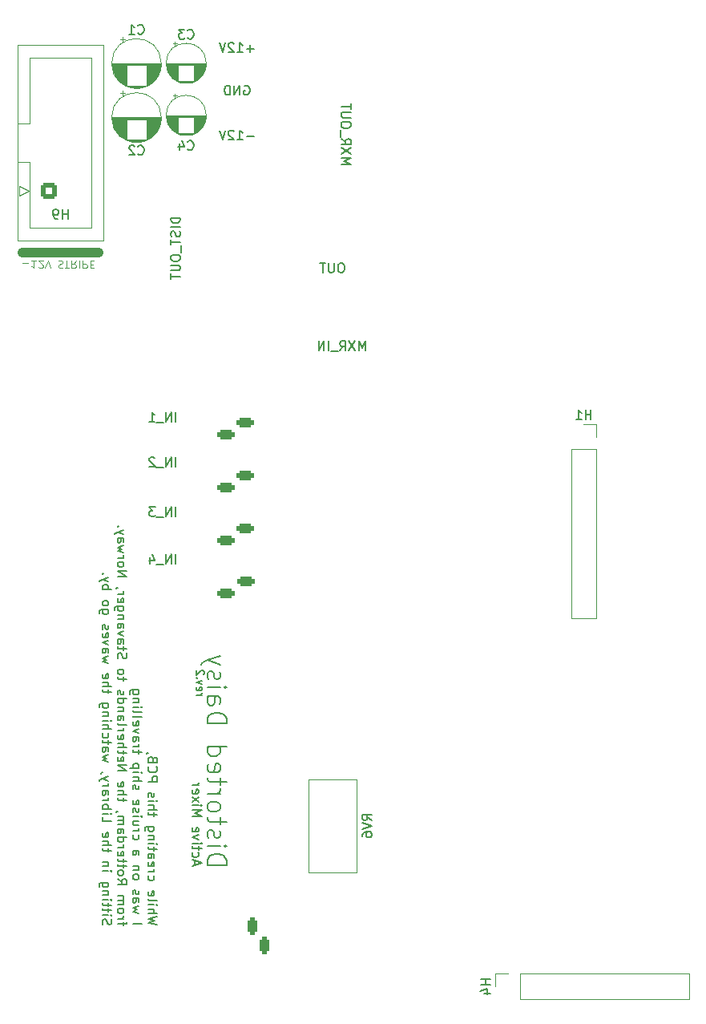
<source format=gbo>
G04 #@! TF.GenerationSoftware,KiCad,Pcbnew,8.0.2-1*
G04 #@! TF.CreationDate,2024-05-10T10:00:16+02:00*
G04 #@! TF.ProjectId,distorted_daisy,64697374-6f72-4746-9564-5f6461697379,rev?*
G04 #@! TF.SameCoordinates,Original*
G04 #@! TF.FileFunction,Legend,Bot*
G04 #@! TF.FilePolarity,Positive*
%FSLAX46Y46*%
G04 Gerber Fmt 4.6, Leading zero omitted, Abs format (unit mm)*
G04 Created by KiCad (PCBNEW 8.0.2-1) date 2024-05-10 10:00:16*
%MOMM*%
%LPD*%
G01*
G04 APERTURE LIST*
G04 Aperture macros list*
%AMRoundRect*
0 Rectangle with rounded corners*
0 $1 Rounding radius*
0 $2 $3 $4 $5 $6 $7 $8 $9 X,Y pos of 4 corners*
0 Add a 4 corners polygon primitive as box body*
4,1,4,$2,$3,$4,$5,$6,$7,$8,$9,$2,$3,0*
0 Add four circle primitives for the rounded corners*
1,1,$1+$1,$2,$3*
1,1,$1+$1,$4,$5*
1,1,$1+$1,$6,$7*
1,1,$1+$1,$8,$9*
0 Add four rect primitives between the rounded corners*
20,1,$1+$1,$2,$3,$4,$5,0*
20,1,$1+$1,$4,$5,$6,$7,0*
20,1,$1+$1,$6,$7,$8,$9,0*
20,1,$1+$1,$8,$9,$2,$3,0*%
G04 Aperture macros list end*
%ADD10C,0.150000*%
%ADD11C,0.100000*%
%ADD12C,0.120000*%
%ADD13C,1.000000*%
%ADD14R,1.830000X1.930000*%
%ADD15C,2.130000*%
%ADD16C,1.600000*%
%ADD17O,1.600000X1.600000*%
%ADD18R,1.100000X1.800000*%
%ADD19RoundRect,0.275000X-0.275000X-0.625000X0.275000X-0.625000X0.275000X0.625000X-0.275000X0.625000X0*%
%ADD20R,1.800000X1.800000*%
%ADD21C,1.800000*%
%ADD22R,1.600000X1.600000*%
%ADD23C,3.200000*%
%ADD24R,2.400000X1.600000*%
%ADD25O,2.400000X1.600000*%
%ADD26O,4.000000X4.000000*%
%ADD27R,1.800000X1.100000*%
%ADD28RoundRect,0.275000X0.625000X-0.275000X0.625000X0.275000X-0.625000X0.275000X-0.625000X-0.275000X0*%
%ADD29C,2.000000*%
%ADD30R,2.200000X2.200000*%
%ADD31O,2.200000X2.200000*%
%ADD32R,1.700000X1.700000*%
%ADD33O,1.700000X1.700000*%
%ADD34R,1.200000X1.200000*%
%ADD35C,1.200000*%
%ADD36RoundRect,0.250000X-0.600000X-0.600000X0.600000X-0.600000X0.600000X0.600000X-0.600000X0.600000X0*%
%ADD37C,1.700000*%
%ADD38C,1.440000*%
G04 APERTURE END LIST*
D10*
X67913220Y-103119819D02*
X67913220Y-102119819D01*
X67437030Y-103119819D02*
X67437030Y-102119819D01*
X67437030Y-102119819D02*
X66865602Y-103119819D01*
X66865602Y-103119819D02*
X66865602Y-102119819D01*
X66627507Y-103215057D02*
X65865602Y-103215057D01*
X65675125Y-102215057D02*
X65627506Y-102167438D01*
X65627506Y-102167438D02*
X65532268Y-102119819D01*
X65532268Y-102119819D02*
X65294173Y-102119819D01*
X65294173Y-102119819D02*
X65198935Y-102167438D01*
X65198935Y-102167438D02*
X65151316Y-102215057D01*
X65151316Y-102215057D02*
X65103697Y-102310295D01*
X65103697Y-102310295D02*
X65103697Y-102405533D01*
X65103697Y-102405533D02*
X65151316Y-102548390D01*
X65151316Y-102548390D02*
X65722744Y-103119819D01*
X65722744Y-103119819D02*
X65103697Y-103119819D01*
X85380180Y-71163220D02*
X86380180Y-71163220D01*
X86380180Y-71163220D02*
X85665895Y-70829887D01*
X85665895Y-70829887D02*
X86380180Y-70496554D01*
X86380180Y-70496554D02*
X85380180Y-70496554D01*
X86380180Y-70115601D02*
X85380180Y-69448935D01*
X86380180Y-69448935D02*
X85380180Y-70115601D01*
X85380180Y-68496554D02*
X85856371Y-68829887D01*
X85380180Y-69067982D02*
X86380180Y-69067982D01*
X86380180Y-69067982D02*
X86380180Y-68687030D01*
X86380180Y-68687030D02*
X86332561Y-68591792D01*
X86332561Y-68591792D02*
X86284942Y-68544173D01*
X86284942Y-68544173D02*
X86189704Y-68496554D01*
X86189704Y-68496554D02*
X86046847Y-68496554D01*
X86046847Y-68496554D02*
X85951609Y-68544173D01*
X85951609Y-68544173D02*
X85903990Y-68591792D01*
X85903990Y-68591792D02*
X85856371Y-68687030D01*
X85856371Y-68687030D02*
X85856371Y-69067982D01*
X85284942Y-68306078D02*
X85284942Y-67544173D01*
X86380180Y-67115601D02*
X86380180Y-66925125D01*
X86380180Y-66925125D02*
X86332561Y-66829887D01*
X86332561Y-66829887D02*
X86237323Y-66734649D01*
X86237323Y-66734649D02*
X86046847Y-66687030D01*
X86046847Y-66687030D02*
X85713514Y-66687030D01*
X85713514Y-66687030D02*
X85523038Y-66734649D01*
X85523038Y-66734649D02*
X85427800Y-66829887D01*
X85427800Y-66829887D02*
X85380180Y-66925125D01*
X85380180Y-66925125D02*
X85380180Y-67115601D01*
X85380180Y-67115601D02*
X85427800Y-67210839D01*
X85427800Y-67210839D02*
X85523038Y-67306077D01*
X85523038Y-67306077D02*
X85713514Y-67353696D01*
X85713514Y-67353696D02*
X86046847Y-67353696D01*
X86046847Y-67353696D02*
X86237323Y-67306077D01*
X86237323Y-67306077D02*
X86332561Y-67210839D01*
X86332561Y-67210839D02*
X86380180Y-67115601D01*
X86380180Y-66258458D02*
X85570657Y-66258458D01*
X85570657Y-66258458D02*
X85475419Y-66210839D01*
X85475419Y-66210839D02*
X85427800Y-66163220D01*
X85427800Y-66163220D02*
X85380180Y-66067982D01*
X85380180Y-66067982D02*
X85380180Y-65877506D01*
X85380180Y-65877506D02*
X85427800Y-65782268D01*
X85427800Y-65782268D02*
X85475419Y-65734649D01*
X85475419Y-65734649D02*
X85570657Y-65687030D01*
X85570657Y-65687030D02*
X86380180Y-65687030D01*
X86380180Y-65353696D02*
X86380180Y-64782268D01*
X85380180Y-65067982D02*
X86380180Y-65067982D01*
X71252561Y-145175125D02*
X73252561Y-145175125D01*
X73252561Y-145175125D02*
X73252561Y-144698935D01*
X73252561Y-144698935D02*
X73157323Y-144413220D01*
X73157323Y-144413220D02*
X72966847Y-144222744D01*
X72966847Y-144222744D02*
X72776371Y-144127506D01*
X72776371Y-144127506D02*
X72395419Y-144032268D01*
X72395419Y-144032268D02*
X72109704Y-144032268D01*
X72109704Y-144032268D02*
X71728752Y-144127506D01*
X71728752Y-144127506D02*
X71538276Y-144222744D01*
X71538276Y-144222744D02*
X71347800Y-144413220D01*
X71347800Y-144413220D02*
X71252561Y-144698935D01*
X71252561Y-144698935D02*
X71252561Y-145175125D01*
X71252561Y-143175125D02*
X72585895Y-143175125D01*
X73252561Y-143175125D02*
X73157323Y-143270363D01*
X73157323Y-143270363D02*
X73062085Y-143175125D01*
X73062085Y-143175125D02*
X73157323Y-143079887D01*
X73157323Y-143079887D02*
X73252561Y-143175125D01*
X73252561Y-143175125D02*
X73062085Y-143175125D01*
X71347800Y-142317982D02*
X71252561Y-142127506D01*
X71252561Y-142127506D02*
X71252561Y-141746554D01*
X71252561Y-141746554D02*
X71347800Y-141556077D01*
X71347800Y-141556077D02*
X71538276Y-141460839D01*
X71538276Y-141460839D02*
X71633514Y-141460839D01*
X71633514Y-141460839D02*
X71823990Y-141556077D01*
X71823990Y-141556077D02*
X71919228Y-141746554D01*
X71919228Y-141746554D02*
X71919228Y-142032268D01*
X71919228Y-142032268D02*
X72014466Y-142222744D01*
X72014466Y-142222744D02*
X72204942Y-142317982D01*
X72204942Y-142317982D02*
X72300180Y-142317982D01*
X72300180Y-142317982D02*
X72490657Y-142222744D01*
X72490657Y-142222744D02*
X72585895Y-142032268D01*
X72585895Y-142032268D02*
X72585895Y-141746554D01*
X72585895Y-141746554D02*
X72490657Y-141556077D01*
X72585895Y-140889410D02*
X72585895Y-140127506D01*
X73252561Y-140603696D02*
X71538276Y-140603696D01*
X71538276Y-140603696D02*
X71347800Y-140508458D01*
X71347800Y-140508458D02*
X71252561Y-140317982D01*
X71252561Y-140317982D02*
X71252561Y-140127506D01*
X71252561Y-139175125D02*
X71347800Y-139365601D01*
X71347800Y-139365601D02*
X71443038Y-139460839D01*
X71443038Y-139460839D02*
X71633514Y-139556077D01*
X71633514Y-139556077D02*
X72204942Y-139556077D01*
X72204942Y-139556077D02*
X72395419Y-139460839D01*
X72395419Y-139460839D02*
X72490657Y-139365601D01*
X72490657Y-139365601D02*
X72585895Y-139175125D01*
X72585895Y-139175125D02*
X72585895Y-138889410D01*
X72585895Y-138889410D02*
X72490657Y-138698934D01*
X72490657Y-138698934D02*
X72395419Y-138603696D01*
X72395419Y-138603696D02*
X72204942Y-138508458D01*
X72204942Y-138508458D02*
X71633514Y-138508458D01*
X71633514Y-138508458D02*
X71443038Y-138603696D01*
X71443038Y-138603696D02*
X71347800Y-138698934D01*
X71347800Y-138698934D02*
X71252561Y-138889410D01*
X71252561Y-138889410D02*
X71252561Y-139175125D01*
X71252561Y-137651315D02*
X72585895Y-137651315D01*
X72204942Y-137651315D02*
X72395419Y-137556077D01*
X72395419Y-137556077D02*
X72490657Y-137460839D01*
X72490657Y-137460839D02*
X72585895Y-137270363D01*
X72585895Y-137270363D02*
X72585895Y-137079886D01*
X72585895Y-136698934D02*
X72585895Y-135937030D01*
X73252561Y-136413220D02*
X71538276Y-136413220D01*
X71538276Y-136413220D02*
X71347800Y-136317982D01*
X71347800Y-136317982D02*
X71252561Y-136127506D01*
X71252561Y-136127506D02*
X71252561Y-135937030D01*
X71347800Y-134508458D02*
X71252561Y-134698934D01*
X71252561Y-134698934D02*
X71252561Y-135079887D01*
X71252561Y-135079887D02*
X71347800Y-135270363D01*
X71347800Y-135270363D02*
X71538276Y-135365601D01*
X71538276Y-135365601D02*
X72300180Y-135365601D01*
X72300180Y-135365601D02*
X72490657Y-135270363D01*
X72490657Y-135270363D02*
X72585895Y-135079887D01*
X72585895Y-135079887D02*
X72585895Y-134698934D01*
X72585895Y-134698934D02*
X72490657Y-134508458D01*
X72490657Y-134508458D02*
X72300180Y-134413220D01*
X72300180Y-134413220D02*
X72109704Y-134413220D01*
X72109704Y-134413220D02*
X71919228Y-135365601D01*
X71252561Y-132698934D02*
X73252561Y-132698934D01*
X71347800Y-132698934D02*
X71252561Y-132889410D01*
X71252561Y-132889410D02*
X71252561Y-133270363D01*
X71252561Y-133270363D02*
X71347800Y-133460839D01*
X71347800Y-133460839D02*
X71443038Y-133556077D01*
X71443038Y-133556077D02*
X71633514Y-133651315D01*
X71633514Y-133651315D02*
X72204942Y-133651315D01*
X72204942Y-133651315D02*
X72395419Y-133556077D01*
X72395419Y-133556077D02*
X72490657Y-133460839D01*
X72490657Y-133460839D02*
X72585895Y-133270363D01*
X72585895Y-133270363D02*
X72585895Y-132889410D01*
X72585895Y-132889410D02*
X72490657Y-132698934D01*
X71252561Y-130222743D02*
X73252561Y-130222743D01*
X73252561Y-130222743D02*
X73252561Y-129746553D01*
X73252561Y-129746553D02*
X73157323Y-129460838D01*
X73157323Y-129460838D02*
X72966847Y-129270362D01*
X72966847Y-129270362D02*
X72776371Y-129175124D01*
X72776371Y-129175124D02*
X72395419Y-129079886D01*
X72395419Y-129079886D02*
X72109704Y-129079886D01*
X72109704Y-129079886D02*
X71728752Y-129175124D01*
X71728752Y-129175124D02*
X71538276Y-129270362D01*
X71538276Y-129270362D02*
X71347800Y-129460838D01*
X71347800Y-129460838D02*
X71252561Y-129746553D01*
X71252561Y-129746553D02*
X71252561Y-130222743D01*
X71252561Y-127365600D02*
X72300180Y-127365600D01*
X72300180Y-127365600D02*
X72490657Y-127460838D01*
X72490657Y-127460838D02*
X72585895Y-127651314D01*
X72585895Y-127651314D02*
X72585895Y-128032267D01*
X72585895Y-128032267D02*
X72490657Y-128222743D01*
X71347800Y-127365600D02*
X71252561Y-127556076D01*
X71252561Y-127556076D02*
X71252561Y-128032267D01*
X71252561Y-128032267D02*
X71347800Y-128222743D01*
X71347800Y-128222743D02*
X71538276Y-128317981D01*
X71538276Y-128317981D02*
X71728752Y-128317981D01*
X71728752Y-128317981D02*
X71919228Y-128222743D01*
X71919228Y-128222743D02*
X72014466Y-128032267D01*
X72014466Y-128032267D02*
X72014466Y-127556076D01*
X72014466Y-127556076D02*
X72109704Y-127365600D01*
X71252561Y-126413219D02*
X72585895Y-126413219D01*
X73252561Y-126413219D02*
X73157323Y-126508457D01*
X73157323Y-126508457D02*
X73062085Y-126413219D01*
X73062085Y-126413219D02*
X73157323Y-126317981D01*
X73157323Y-126317981D02*
X73252561Y-126413219D01*
X73252561Y-126413219D02*
X73062085Y-126413219D01*
X71347800Y-125556076D02*
X71252561Y-125365600D01*
X71252561Y-125365600D02*
X71252561Y-124984648D01*
X71252561Y-124984648D02*
X71347800Y-124794171D01*
X71347800Y-124794171D02*
X71538276Y-124698933D01*
X71538276Y-124698933D02*
X71633514Y-124698933D01*
X71633514Y-124698933D02*
X71823990Y-124794171D01*
X71823990Y-124794171D02*
X71919228Y-124984648D01*
X71919228Y-124984648D02*
X71919228Y-125270362D01*
X71919228Y-125270362D02*
X72014466Y-125460838D01*
X72014466Y-125460838D02*
X72204942Y-125556076D01*
X72204942Y-125556076D02*
X72300180Y-125556076D01*
X72300180Y-125556076D02*
X72490657Y-125460838D01*
X72490657Y-125460838D02*
X72585895Y-125270362D01*
X72585895Y-125270362D02*
X72585895Y-124984648D01*
X72585895Y-124984648D02*
X72490657Y-124794171D01*
X72585895Y-124032266D02*
X71252561Y-123556076D01*
X72585895Y-123079885D02*
X71252561Y-123556076D01*
X71252561Y-123556076D02*
X70776371Y-123746552D01*
X70776371Y-123746552D02*
X70681133Y-123841790D01*
X70681133Y-123841790D02*
X70585895Y-124032266D01*
X85472744Y-81619819D02*
X85282268Y-81619819D01*
X85282268Y-81619819D02*
X85187030Y-81667438D01*
X85187030Y-81667438D02*
X85091792Y-81762676D01*
X85091792Y-81762676D02*
X85044173Y-81953152D01*
X85044173Y-81953152D02*
X85044173Y-82286485D01*
X85044173Y-82286485D02*
X85091792Y-82476961D01*
X85091792Y-82476961D02*
X85187030Y-82572200D01*
X85187030Y-82572200D02*
X85282268Y-82619819D01*
X85282268Y-82619819D02*
X85472744Y-82619819D01*
X85472744Y-82619819D02*
X85567982Y-82572200D01*
X85567982Y-82572200D02*
X85663220Y-82476961D01*
X85663220Y-82476961D02*
X85710839Y-82286485D01*
X85710839Y-82286485D02*
X85710839Y-81953152D01*
X85710839Y-81953152D02*
X85663220Y-81762676D01*
X85663220Y-81762676D02*
X85567982Y-81667438D01*
X85567982Y-81667438D02*
X85472744Y-81619819D01*
X84615601Y-81619819D02*
X84615601Y-82429342D01*
X84615601Y-82429342D02*
X84567982Y-82524580D01*
X84567982Y-82524580D02*
X84520363Y-82572200D01*
X84520363Y-82572200D02*
X84425125Y-82619819D01*
X84425125Y-82619819D02*
X84234649Y-82619819D01*
X84234649Y-82619819D02*
X84139411Y-82572200D01*
X84139411Y-82572200D02*
X84091792Y-82524580D01*
X84091792Y-82524580D02*
X84044173Y-82429342D01*
X84044173Y-82429342D02*
X84044173Y-81619819D01*
X83710839Y-81619819D02*
X83139411Y-81619819D01*
X83425125Y-82619819D02*
X83425125Y-81619819D01*
X68369819Y-76836779D02*
X67369819Y-76836779D01*
X67369819Y-76836779D02*
X67369819Y-77074874D01*
X67369819Y-77074874D02*
X67417438Y-77217731D01*
X67417438Y-77217731D02*
X67512676Y-77312969D01*
X67512676Y-77312969D02*
X67607914Y-77360588D01*
X67607914Y-77360588D02*
X67798390Y-77408207D01*
X67798390Y-77408207D02*
X67941247Y-77408207D01*
X67941247Y-77408207D02*
X68131723Y-77360588D01*
X68131723Y-77360588D02*
X68226961Y-77312969D01*
X68226961Y-77312969D02*
X68322200Y-77217731D01*
X68322200Y-77217731D02*
X68369819Y-77074874D01*
X68369819Y-77074874D02*
X68369819Y-76836779D01*
X68369819Y-77836779D02*
X67369819Y-77836779D01*
X68322200Y-78265350D02*
X68369819Y-78408207D01*
X68369819Y-78408207D02*
X68369819Y-78646302D01*
X68369819Y-78646302D02*
X68322200Y-78741540D01*
X68322200Y-78741540D02*
X68274580Y-78789159D01*
X68274580Y-78789159D02*
X68179342Y-78836778D01*
X68179342Y-78836778D02*
X68084104Y-78836778D01*
X68084104Y-78836778D02*
X67988866Y-78789159D01*
X67988866Y-78789159D02*
X67941247Y-78741540D01*
X67941247Y-78741540D02*
X67893628Y-78646302D01*
X67893628Y-78646302D02*
X67846009Y-78455826D01*
X67846009Y-78455826D02*
X67798390Y-78360588D01*
X67798390Y-78360588D02*
X67750771Y-78312969D01*
X67750771Y-78312969D02*
X67655533Y-78265350D01*
X67655533Y-78265350D02*
X67560295Y-78265350D01*
X67560295Y-78265350D02*
X67465057Y-78312969D01*
X67465057Y-78312969D02*
X67417438Y-78360588D01*
X67417438Y-78360588D02*
X67369819Y-78455826D01*
X67369819Y-78455826D02*
X67369819Y-78693921D01*
X67369819Y-78693921D02*
X67417438Y-78836778D01*
X67369819Y-79122493D02*
X67369819Y-79693921D01*
X68369819Y-79408207D02*
X67369819Y-79408207D01*
X68465057Y-79789160D02*
X68465057Y-80551064D01*
X67369819Y-80979636D02*
X67369819Y-81170112D01*
X67369819Y-81170112D02*
X67417438Y-81265350D01*
X67417438Y-81265350D02*
X67512676Y-81360588D01*
X67512676Y-81360588D02*
X67703152Y-81408207D01*
X67703152Y-81408207D02*
X68036485Y-81408207D01*
X68036485Y-81408207D02*
X68226961Y-81360588D01*
X68226961Y-81360588D02*
X68322200Y-81265350D01*
X68322200Y-81265350D02*
X68369819Y-81170112D01*
X68369819Y-81170112D02*
X68369819Y-80979636D01*
X68369819Y-80979636D02*
X68322200Y-80884398D01*
X68322200Y-80884398D02*
X68226961Y-80789160D01*
X68226961Y-80789160D02*
X68036485Y-80741541D01*
X68036485Y-80741541D02*
X67703152Y-80741541D01*
X67703152Y-80741541D02*
X67512676Y-80789160D01*
X67512676Y-80789160D02*
X67417438Y-80884398D01*
X67417438Y-80884398D02*
X67369819Y-80979636D01*
X67369819Y-81836779D02*
X68179342Y-81836779D01*
X68179342Y-81836779D02*
X68274580Y-81884398D01*
X68274580Y-81884398D02*
X68322200Y-81932017D01*
X68322200Y-81932017D02*
X68369819Y-82027255D01*
X68369819Y-82027255D02*
X68369819Y-82217731D01*
X68369819Y-82217731D02*
X68322200Y-82312969D01*
X68322200Y-82312969D02*
X68274580Y-82360588D01*
X68274580Y-82360588D02*
X68179342Y-82408207D01*
X68179342Y-82408207D02*
X67369819Y-82408207D01*
X67369819Y-82741541D02*
X67369819Y-83312969D01*
X68369819Y-83027255D02*
X67369819Y-83027255D01*
X87913220Y-90869819D02*
X87913220Y-89869819D01*
X87913220Y-89869819D02*
X87579887Y-90584104D01*
X87579887Y-90584104D02*
X87246554Y-89869819D01*
X87246554Y-89869819D02*
X87246554Y-90869819D01*
X86865601Y-89869819D02*
X86198935Y-90869819D01*
X86198935Y-89869819D02*
X86865601Y-90869819D01*
X85246554Y-90869819D02*
X85579887Y-90393628D01*
X85817982Y-90869819D02*
X85817982Y-89869819D01*
X85817982Y-89869819D02*
X85437030Y-89869819D01*
X85437030Y-89869819D02*
X85341792Y-89917438D01*
X85341792Y-89917438D02*
X85294173Y-89965057D01*
X85294173Y-89965057D02*
X85246554Y-90060295D01*
X85246554Y-90060295D02*
X85246554Y-90203152D01*
X85246554Y-90203152D02*
X85294173Y-90298390D01*
X85294173Y-90298390D02*
X85341792Y-90346009D01*
X85341792Y-90346009D02*
X85437030Y-90393628D01*
X85437030Y-90393628D02*
X85817982Y-90393628D01*
X85056078Y-90965057D02*
X84294173Y-90965057D01*
X84056077Y-90869819D02*
X84056077Y-89869819D01*
X83579887Y-90869819D02*
X83579887Y-89869819D01*
X83579887Y-89869819D02*
X83008459Y-90869819D01*
X83008459Y-90869819D02*
X83008459Y-89869819D01*
X75139411Y-62917438D02*
X75234649Y-62869819D01*
X75234649Y-62869819D02*
X75377506Y-62869819D01*
X75377506Y-62869819D02*
X75520363Y-62917438D01*
X75520363Y-62917438D02*
X75615601Y-63012676D01*
X75615601Y-63012676D02*
X75663220Y-63107914D01*
X75663220Y-63107914D02*
X75710839Y-63298390D01*
X75710839Y-63298390D02*
X75710839Y-63441247D01*
X75710839Y-63441247D02*
X75663220Y-63631723D01*
X75663220Y-63631723D02*
X75615601Y-63726961D01*
X75615601Y-63726961D02*
X75520363Y-63822200D01*
X75520363Y-63822200D02*
X75377506Y-63869819D01*
X75377506Y-63869819D02*
X75282268Y-63869819D01*
X75282268Y-63869819D02*
X75139411Y-63822200D01*
X75139411Y-63822200D02*
X75091792Y-63774580D01*
X75091792Y-63774580D02*
X75091792Y-63441247D01*
X75091792Y-63441247D02*
X75282268Y-63441247D01*
X74663220Y-63869819D02*
X74663220Y-62869819D01*
X74663220Y-62869819D02*
X74091792Y-63869819D01*
X74091792Y-63869819D02*
X74091792Y-62869819D01*
X73615601Y-63869819D02*
X73615601Y-62869819D01*
X73615601Y-62869819D02*
X73377506Y-62869819D01*
X73377506Y-62869819D02*
X73234649Y-62917438D01*
X73234649Y-62917438D02*
X73139411Y-63012676D01*
X73139411Y-63012676D02*
X73091792Y-63107914D01*
X73091792Y-63107914D02*
X73044173Y-63298390D01*
X73044173Y-63298390D02*
X73044173Y-63441247D01*
X73044173Y-63441247D02*
X73091792Y-63631723D01*
X73091792Y-63631723D02*
X73139411Y-63726961D01*
X73139411Y-63726961D02*
X73234649Y-63822200D01*
X73234649Y-63822200D02*
X73377506Y-63869819D01*
X73377506Y-63869819D02*
X73615601Y-63869819D01*
X76163220Y-58988866D02*
X75401316Y-58988866D01*
X75782268Y-59369819D02*
X75782268Y-58607914D01*
X74401316Y-59369819D02*
X74972744Y-59369819D01*
X74687030Y-59369819D02*
X74687030Y-58369819D01*
X74687030Y-58369819D02*
X74782268Y-58512676D01*
X74782268Y-58512676D02*
X74877506Y-58607914D01*
X74877506Y-58607914D02*
X74972744Y-58655533D01*
X74020363Y-58465057D02*
X73972744Y-58417438D01*
X73972744Y-58417438D02*
X73877506Y-58369819D01*
X73877506Y-58369819D02*
X73639411Y-58369819D01*
X73639411Y-58369819D02*
X73544173Y-58417438D01*
X73544173Y-58417438D02*
X73496554Y-58465057D01*
X73496554Y-58465057D02*
X73448935Y-58560295D01*
X73448935Y-58560295D02*
X73448935Y-58655533D01*
X73448935Y-58655533D02*
X73496554Y-58798390D01*
X73496554Y-58798390D02*
X74067982Y-59369819D01*
X74067982Y-59369819D02*
X73448935Y-59369819D01*
X73163220Y-58369819D02*
X72829887Y-59369819D01*
X72829887Y-59369819D02*
X72496554Y-58369819D01*
X67913220Y-113369819D02*
X67913220Y-112369819D01*
X67437030Y-113369819D02*
X67437030Y-112369819D01*
X67437030Y-112369819D02*
X66865602Y-113369819D01*
X66865602Y-113369819D02*
X66865602Y-112369819D01*
X66627507Y-113465057D02*
X65865602Y-113465057D01*
X65198935Y-112703152D02*
X65198935Y-113369819D01*
X65437030Y-112322200D02*
X65675125Y-113036485D01*
X65675125Y-113036485D02*
X65056078Y-113036485D01*
X67913220Y-108369819D02*
X67913220Y-107369819D01*
X67437030Y-108369819D02*
X67437030Y-107369819D01*
X67437030Y-107369819D02*
X66865602Y-108369819D01*
X66865602Y-108369819D02*
X66865602Y-107369819D01*
X66627507Y-108465057D02*
X65865602Y-108465057D01*
X65722744Y-107369819D02*
X65103697Y-107369819D01*
X65103697Y-107369819D02*
X65437030Y-107750771D01*
X65437030Y-107750771D02*
X65294173Y-107750771D01*
X65294173Y-107750771D02*
X65198935Y-107798390D01*
X65198935Y-107798390D02*
X65151316Y-107846009D01*
X65151316Y-107846009D02*
X65103697Y-107941247D01*
X65103697Y-107941247D02*
X65103697Y-108179342D01*
X65103697Y-108179342D02*
X65151316Y-108274580D01*
X65151316Y-108274580D02*
X65198935Y-108322200D01*
X65198935Y-108322200D02*
X65294173Y-108369819D01*
X65294173Y-108369819D02*
X65579887Y-108369819D01*
X65579887Y-108369819D02*
X65675125Y-108322200D01*
X65675125Y-108322200D02*
X65722744Y-108274580D01*
X70105704Y-127210839D02*
X70639038Y-127210839D01*
X70486657Y-127210839D02*
X70562847Y-127172744D01*
X70562847Y-127172744D02*
X70600942Y-127134649D01*
X70600942Y-127134649D02*
X70639038Y-127058458D01*
X70639038Y-127058458D02*
X70639038Y-126982268D01*
X70143800Y-126410839D02*
X70105704Y-126487030D01*
X70105704Y-126487030D02*
X70105704Y-126639411D01*
X70105704Y-126639411D02*
X70143800Y-126715601D01*
X70143800Y-126715601D02*
X70219990Y-126753697D01*
X70219990Y-126753697D02*
X70524752Y-126753697D01*
X70524752Y-126753697D02*
X70600942Y-126715601D01*
X70600942Y-126715601D02*
X70639038Y-126639411D01*
X70639038Y-126639411D02*
X70639038Y-126487030D01*
X70639038Y-126487030D02*
X70600942Y-126410839D01*
X70600942Y-126410839D02*
X70524752Y-126372744D01*
X70524752Y-126372744D02*
X70448561Y-126372744D01*
X70448561Y-126372744D02*
X70372371Y-126753697D01*
X70639038Y-126106078D02*
X70105704Y-125915602D01*
X70105704Y-125915602D02*
X70639038Y-125725125D01*
X70181895Y-125420363D02*
X70143800Y-125382268D01*
X70143800Y-125382268D02*
X70105704Y-125420363D01*
X70105704Y-125420363D02*
X70143800Y-125458459D01*
X70143800Y-125458459D02*
X70181895Y-125420363D01*
X70181895Y-125420363D02*
X70105704Y-125420363D01*
X70829514Y-125077507D02*
X70867609Y-125039411D01*
X70867609Y-125039411D02*
X70905704Y-124963221D01*
X70905704Y-124963221D02*
X70905704Y-124772745D01*
X70905704Y-124772745D02*
X70867609Y-124696554D01*
X70867609Y-124696554D02*
X70829514Y-124658459D01*
X70829514Y-124658459D02*
X70753323Y-124620364D01*
X70753323Y-124620364D02*
X70677133Y-124620364D01*
X70677133Y-124620364D02*
X70562847Y-124658459D01*
X70562847Y-124658459D02*
X70105704Y-125115602D01*
X70105704Y-125115602D02*
X70105704Y-124620364D01*
X67913220Y-98369819D02*
X67913220Y-97369819D01*
X67437030Y-98369819D02*
X67437030Y-97369819D01*
X67437030Y-97369819D02*
X66865602Y-98369819D01*
X66865602Y-98369819D02*
X66865602Y-97369819D01*
X66627507Y-98465057D02*
X65865602Y-98465057D01*
X65103697Y-98369819D02*
X65675125Y-98369819D01*
X65389411Y-98369819D02*
X65389411Y-97369819D01*
X65389411Y-97369819D02*
X65484649Y-97512676D01*
X65484649Y-97512676D02*
X65579887Y-97607914D01*
X65579887Y-97607914D02*
X65675125Y-97655533D01*
X76163220Y-68238866D02*
X75401316Y-68238866D01*
X74401316Y-68619819D02*
X74972744Y-68619819D01*
X74687030Y-68619819D02*
X74687030Y-67619819D01*
X74687030Y-67619819D02*
X74782268Y-67762676D01*
X74782268Y-67762676D02*
X74877506Y-67857914D01*
X74877506Y-67857914D02*
X74972744Y-67905533D01*
X74020363Y-67715057D02*
X73972744Y-67667438D01*
X73972744Y-67667438D02*
X73877506Y-67619819D01*
X73877506Y-67619819D02*
X73639411Y-67619819D01*
X73639411Y-67619819D02*
X73544173Y-67667438D01*
X73544173Y-67667438D02*
X73496554Y-67715057D01*
X73496554Y-67715057D02*
X73448935Y-67810295D01*
X73448935Y-67810295D02*
X73448935Y-67905533D01*
X73448935Y-67905533D02*
X73496554Y-68048390D01*
X73496554Y-68048390D02*
X74067982Y-68619819D01*
X74067982Y-68619819D02*
X73448935Y-68619819D01*
X73163220Y-67619819D02*
X72829887Y-68619819D01*
X72829887Y-68619819D02*
X72496554Y-67619819D01*
X69915895Y-145210839D02*
X69915895Y-144734649D01*
X69630180Y-145306077D02*
X70630180Y-144972744D01*
X70630180Y-144972744D02*
X69630180Y-144639411D01*
X69677800Y-143877506D02*
X69630180Y-143972744D01*
X69630180Y-143972744D02*
X69630180Y-144163220D01*
X69630180Y-144163220D02*
X69677800Y-144258458D01*
X69677800Y-144258458D02*
X69725419Y-144306077D01*
X69725419Y-144306077D02*
X69820657Y-144353696D01*
X69820657Y-144353696D02*
X70106371Y-144353696D01*
X70106371Y-144353696D02*
X70201609Y-144306077D01*
X70201609Y-144306077D02*
X70249228Y-144258458D01*
X70249228Y-144258458D02*
X70296847Y-144163220D01*
X70296847Y-144163220D02*
X70296847Y-143972744D01*
X70296847Y-143972744D02*
X70249228Y-143877506D01*
X70296847Y-143591791D02*
X70296847Y-143210839D01*
X70630180Y-143448934D02*
X69773038Y-143448934D01*
X69773038Y-143448934D02*
X69677800Y-143401315D01*
X69677800Y-143401315D02*
X69630180Y-143306077D01*
X69630180Y-143306077D02*
X69630180Y-143210839D01*
X69630180Y-142877505D02*
X70296847Y-142877505D01*
X70630180Y-142877505D02*
X70582561Y-142925124D01*
X70582561Y-142925124D02*
X70534942Y-142877505D01*
X70534942Y-142877505D02*
X70582561Y-142829886D01*
X70582561Y-142829886D02*
X70630180Y-142877505D01*
X70630180Y-142877505D02*
X70534942Y-142877505D01*
X70296847Y-142496553D02*
X69630180Y-142258458D01*
X69630180Y-142258458D02*
X70296847Y-142020363D01*
X69677800Y-141258458D02*
X69630180Y-141353696D01*
X69630180Y-141353696D02*
X69630180Y-141544172D01*
X69630180Y-141544172D02*
X69677800Y-141639410D01*
X69677800Y-141639410D02*
X69773038Y-141687029D01*
X69773038Y-141687029D02*
X70153990Y-141687029D01*
X70153990Y-141687029D02*
X70249228Y-141639410D01*
X70249228Y-141639410D02*
X70296847Y-141544172D01*
X70296847Y-141544172D02*
X70296847Y-141353696D01*
X70296847Y-141353696D02*
X70249228Y-141258458D01*
X70249228Y-141258458D02*
X70153990Y-141210839D01*
X70153990Y-141210839D02*
X70058752Y-141210839D01*
X70058752Y-141210839D02*
X69963514Y-141687029D01*
X69630180Y-140020362D02*
X70630180Y-140020362D01*
X70630180Y-140020362D02*
X69915895Y-139687029D01*
X69915895Y-139687029D02*
X70630180Y-139353696D01*
X70630180Y-139353696D02*
X69630180Y-139353696D01*
X69630180Y-138877505D02*
X70296847Y-138877505D01*
X70630180Y-138877505D02*
X70582561Y-138925124D01*
X70582561Y-138925124D02*
X70534942Y-138877505D01*
X70534942Y-138877505D02*
X70582561Y-138829886D01*
X70582561Y-138829886D02*
X70630180Y-138877505D01*
X70630180Y-138877505D02*
X70534942Y-138877505D01*
X69630180Y-138496553D02*
X70296847Y-137972744D01*
X70296847Y-138496553D02*
X69630180Y-137972744D01*
X69677800Y-137210839D02*
X69630180Y-137306077D01*
X69630180Y-137306077D02*
X69630180Y-137496553D01*
X69630180Y-137496553D02*
X69677800Y-137591791D01*
X69677800Y-137591791D02*
X69773038Y-137639410D01*
X69773038Y-137639410D02*
X70153990Y-137639410D01*
X70153990Y-137639410D02*
X70249228Y-137591791D01*
X70249228Y-137591791D02*
X70296847Y-137496553D01*
X70296847Y-137496553D02*
X70296847Y-137306077D01*
X70296847Y-137306077D02*
X70249228Y-137210839D01*
X70249228Y-137210839D02*
X70153990Y-137163220D01*
X70153990Y-137163220D02*
X70058752Y-137163220D01*
X70058752Y-137163220D02*
X69963514Y-137639410D01*
X69630180Y-136734648D02*
X70296847Y-136734648D01*
X70106371Y-136734648D02*
X70201609Y-136687029D01*
X70201609Y-136687029D02*
X70249228Y-136639410D01*
X70249228Y-136639410D02*
X70296847Y-136544172D01*
X70296847Y-136544172D02*
X70296847Y-136448934D01*
X65960012Y-151508458D02*
X64960012Y-151270363D01*
X64960012Y-151270363D02*
X65674298Y-151079887D01*
X65674298Y-151079887D02*
X64960012Y-150889411D01*
X64960012Y-150889411D02*
X65960012Y-150651316D01*
X64960012Y-150270363D02*
X65960012Y-150270363D01*
X64960012Y-149841792D02*
X65483822Y-149841792D01*
X65483822Y-149841792D02*
X65579060Y-149889411D01*
X65579060Y-149889411D02*
X65626679Y-149984649D01*
X65626679Y-149984649D02*
X65626679Y-150127506D01*
X65626679Y-150127506D02*
X65579060Y-150222744D01*
X65579060Y-150222744D02*
X65531441Y-150270363D01*
X64960012Y-149365601D02*
X65626679Y-149365601D01*
X65960012Y-149365601D02*
X65912393Y-149413220D01*
X65912393Y-149413220D02*
X65864774Y-149365601D01*
X65864774Y-149365601D02*
X65912393Y-149317982D01*
X65912393Y-149317982D02*
X65960012Y-149365601D01*
X65960012Y-149365601D02*
X65864774Y-149365601D01*
X64960012Y-148746554D02*
X65007632Y-148841792D01*
X65007632Y-148841792D02*
X65102870Y-148889411D01*
X65102870Y-148889411D02*
X65960012Y-148889411D01*
X65007632Y-147984649D02*
X64960012Y-148079887D01*
X64960012Y-148079887D02*
X64960012Y-148270363D01*
X64960012Y-148270363D02*
X65007632Y-148365601D01*
X65007632Y-148365601D02*
X65102870Y-148413220D01*
X65102870Y-148413220D02*
X65483822Y-148413220D01*
X65483822Y-148413220D02*
X65579060Y-148365601D01*
X65579060Y-148365601D02*
X65626679Y-148270363D01*
X65626679Y-148270363D02*
X65626679Y-148079887D01*
X65626679Y-148079887D02*
X65579060Y-147984649D01*
X65579060Y-147984649D02*
X65483822Y-147937030D01*
X65483822Y-147937030D02*
X65388584Y-147937030D01*
X65388584Y-147937030D02*
X65293346Y-148413220D01*
X65007632Y-146317982D02*
X64960012Y-146413220D01*
X64960012Y-146413220D02*
X64960012Y-146603696D01*
X64960012Y-146603696D02*
X65007632Y-146698934D01*
X65007632Y-146698934D02*
X65055251Y-146746553D01*
X65055251Y-146746553D02*
X65150489Y-146794172D01*
X65150489Y-146794172D02*
X65436203Y-146794172D01*
X65436203Y-146794172D02*
X65531441Y-146746553D01*
X65531441Y-146746553D02*
X65579060Y-146698934D01*
X65579060Y-146698934D02*
X65626679Y-146603696D01*
X65626679Y-146603696D02*
X65626679Y-146413220D01*
X65626679Y-146413220D02*
X65579060Y-146317982D01*
X64960012Y-145889410D02*
X65626679Y-145889410D01*
X65436203Y-145889410D02*
X65531441Y-145841791D01*
X65531441Y-145841791D02*
X65579060Y-145794172D01*
X65579060Y-145794172D02*
X65626679Y-145698934D01*
X65626679Y-145698934D02*
X65626679Y-145603696D01*
X65007632Y-144889410D02*
X64960012Y-144984648D01*
X64960012Y-144984648D02*
X64960012Y-145175124D01*
X64960012Y-145175124D02*
X65007632Y-145270362D01*
X65007632Y-145270362D02*
X65102870Y-145317981D01*
X65102870Y-145317981D02*
X65483822Y-145317981D01*
X65483822Y-145317981D02*
X65579060Y-145270362D01*
X65579060Y-145270362D02*
X65626679Y-145175124D01*
X65626679Y-145175124D02*
X65626679Y-144984648D01*
X65626679Y-144984648D02*
X65579060Y-144889410D01*
X65579060Y-144889410D02*
X65483822Y-144841791D01*
X65483822Y-144841791D02*
X65388584Y-144841791D01*
X65388584Y-144841791D02*
X65293346Y-145317981D01*
X64960012Y-143984648D02*
X65483822Y-143984648D01*
X65483822Y-143984648D02*
X65579060Y-144032267D01*
X65579060Y-144032267D02*
X65626679Y-144127505D01*
X65626679Y-144127505D02*
X65626679Y-144317981D01*
X65626679Y-144317981D02*
X65579060Y-144413219D01*
X65007632Y-143984648D02*
X64960012Y-144079886D01*
X64960012Y-144079886D02*
X64960012Y-144317981D01*
X64960012Y-144317981D02*
X65007632Y-144413219D01*
X65007632Y-144413219D02*
X65102870Y-144460838D01*
X65102870Y-144460838D02*
X65198108Y-144460838D01*
X65198108Y-144460838D02*
X65293346Y-144413219D01*
X65293346Y-144413219D02*
X65340965Y-144317981D01*
X65340965Y-144317981D02*
X65340965Y-144079886D01*
X65340965Y-144079886D02*
X65388584Y-143984648D01*
X65626679Y-143651314D02*
X65626679Y-143270362D01*
X65960012Y-143508457D02*
X65102870Y-143508457D01*
X65102870Y-143508457D02*
X65007632Y-143460838D01*
X65007632Y-143460838D02*
X64960012Y-143365600D01*
X64960012Y-143365600D02*
X64960012Y-143270362D01*
X64960012Y-142937028D02*
X65626679Y-142937028D01*
X65960012Y-142937028D02*
X65912393Y-142984647D01*
X65912393Y-142984647D02*
X65864774Y-142937028D01*
X65864774Y-142937028D02*
X65912393Y-142889409D01*
X65912393Y-142889409D02*
X65960012Y-142937028D01*
X65960012Y-142937028D02*
X65864774Y-142937028D01*
X65626679Y-142460838D02*
X64960012Y-142460838D01*
X65531441Y-142460838D02*
X65579060Y-142413219D01*
X65579060Y-142413219D02*
X65626679Y-142317981D01*
X65626679Y-142317981D02*
X65626679Y-142175124D01*
X65626679Y-142175124D02*
X65579060Y-142079886D01*
X65579060Y-142079886D02*
X65483822Y-142032267D01*
X65483822Y-142032267D02*
X64960012Y-142032267D01*
X65626679Y-141127505D02*
X64817155Y-141127505D01*
X64817155Y-141127505D02*
X64721917Y-141175124D01*
X64721917Y-141175124D02*
X64674298Y-141222743D01*
X64674298Y-141222743D02*
X64626679Y-141317981D01*
X64626679Y-141317981D02*
X64626679Y-141460838D01*
X64626679Y-141460838D02*
X64674298Y-141556076D01*
X65007632Y-141127505D02*
X64960012Y-141222743D01*
X64960012Y-141222743D02*
X64960012Y-141413219D01*
X64960012Y-141413219D02*
X65007632Y-141508457D01*
X65007632Y-141508457D02*
X65055251Y-141556076D01*
X65055251Y-141556076D02*
X65150489Y-141603695D01*
X65150489Y-141603695D02*
X65436203Y-141603695D01*
X65436203Y-141603695D02*
X65531441Y-141556076D01*
X65531441Y-141556076D02*
X65579060Y-141508457D01*
X65579060Y-141508457D02*
X65626679Y-141413219D01*
X65626679Y-141413219D02*
X65626679Y-141222743D01*
X65626679Y-141222743D02*
X65579060Y-141127505D01*
X65626679Y-140032266D02*
X65626679Y-139651314D01*
X65960012Y-139889409D02*
X65102870Y-139889409D01*
X65102870Y-139889409D02*
X65007632Y-139841790D01*
X65007632Y-139841790D02*
X64960012Y-139746552D01*
X64960012Y-139746552D02*
X64960012Y-139651314D01*
X64960012Y-139317980D02*
X65960012Y-139317980D01*
X64960012Y-138889409D02*
X65483822Y-138889409D01*
X65483822Y-138889409D02*
X65579060Y-138937028D01*
X65579060Y-138937028D02*
X65626679Y-139032266D01*
X65626679Y-139032266D02*
X65626679Y-139175123D01*
X65626679Y-139175123D02*
X65579060Y-139270361D01*
X65579060Y-139270361D02*
X65531441Y-139317980D01*
X64960012Y-138413218D02*
X65626679Y-138413218D01*
X65960012Y-138413218D02*
X65912393Y-138460837D01*
X65912393Y-138460837D02*
X65864774Y-138413218D01*
X65864774Y-138413218D02*
X65912393Y-138365599D01*
X65912393Y-138365599D02*
X65960012Y-138413218D01*
X65960012Y-138413218D02*
X65864774Y-138413218D01*
X65007632Y-137984647D02*
X64960012Y-137889409D01*
X64960012Y-137889409D02*
X64960012Y-137698933D01*
X64960012Y-137698933D02*
X65007632Y-137603695D01*
X65007632Y-137603695D02*
X65102870Y-137556076D01*
X65102870Y-137556076D02*
X65150489Y-137556076D01*
X65150489Y-137556076D02*
X65245727Y-137603695D01*
X65245727Y-137603695D02*
X65293346Y-137698933D01*
X65293346Y-137698933D02*
X65293346Y-137841790D01*
X65293346Y-137841790D02*
X65340965Y-137937028D01*
X65340965Y-137937028D02*
X65436203Y-137984647D01*
X65436203Y-137984647D02*
X65483822Y-137984647D01*
X65483822Y-137984647D02*
X65579060Y-137937028D01*
X65579060Y-137937028D02*
X65626679Y-137841790D01*
X65626679Y-137841790D02*
X65626679Y-137698933D01*
X65626679Y-137698933D02*
X65579060Y-137603695D01*
X64960012Y-136365599D02*
X65960012Y-136365599D01*
X65960012Y-136365599D02*
X65960012Y-135984647D01*
X65960012Y-135984647D02*
X65912393Y-135889409D01*
X65912393Y-135889409D02*
X65864774Y-135841790D01*
X65864774Y-135841790D02*
X65769536Y-135794171D01*
X65769536Y-135794171D02*
X65626679Y-135794171D01*
X65626679Y-135794171D02*
X65531441Y-135841790D01*
X65531441Y-135841790D02*
X65483822Y-135889409D01*
X65483822Y-135889409D02*
X65436203Y-135984647D01*
X65436203Y-135984647D02*
X65436203Y-136365599D01*
X65055251Y-134794171D02*
X65007632Y-134841790D01*
X65007632Y-134841790D02*
X64960012Y-134984647D01*
X64960012Y-134984647D02*
X64960012Y-135079885D01*
X64960012Y-135079885D02*
X65007632Y-135222742D01*
X65007632Y-135222742D02*
X65102870Y-135317980D01*
X65102870Y-135317980D02*
X65198108Y-135365599D01*
X65198108Y-135365599D02*
X65388584Y-135413218D01*
X65388584Y-135413218D02*
X65531441Y-135413218D01*
X65531441Y-135413218D02*
X65721917Y-135365599D01*
X65721917Y-135365599D02*
X65817155Y-135317980D01*
X65817155Y-135317980D02*
X65912393Y-135222742D01*
X65912393Y-135222742D02*
X65960012Y-135079885D01*
X65960012Y-135079885D02*
X65960012Y-134984647D01*
X65960012Y-134984647D02*
X65912393Y-134841790D01*
X65912393Y-134841790D02*
X65864774Y-134794171D01*
X65483822Y-134032266D02*
X65436203Y-133889409D01*
X65436203Y-133889409D02*
X65388584Y-133841790D01*
X65388584Y-133841790D02*
X65293346Y-133794171D01*
X65293346Y-133794171D02*
X65150489Y-133794171D01*
X65150489Y-133794171D02*
X65055251Y-133841790D01*
X65055251Y-133841790D02*
X65007632Y-133889409D01*
X65007632Y-133889409D02*
X64960012Y-133984647D01*
X64960012Y-133984647D02*
X64960012Y-134365599D01*
X64960012Y-134365599D02*
X65960012Y-134365599D01*
X65960012Y-134365599D02*
X65960012Y-134032266D01*
X65960012Y-134032266D02*
X65912393Y-133937028D01*
X65912393Y-133937028D02*
X65864774Y-133889409D01*
X65864774Y-133889409D02*
X65769536Y-133841790D01*
X65769536Y-133841790D02*
X65674298Y-133841790D01*
X65674298Y-133841790D02*
X65579060Y-133889409D01*
X65579060Y-133889409D02*
X65531441Y-133937028D01*
X65531441Y-133937028D02*
X65483822Y-134032266D01*
X65483822Y-134032266D02*
X65483822Y-134365599D01*
X65007632Y-133317980D02*
X64960012Y-133317980D01*
X64960012Y-133317980D02*
X64864774Y-133365599D01*
X64864774Y-133365599D02*
X64817155Y-133413218D01*
X63350068Y-151413220D02*
X64350068Y-151413220D01*
X64016735Y-150270363D02*
X63350068Y-150079887D01*
X63350068Y-150079887D02*
X63826259Y-149889411D01*
X63826259Y-149889411D02*
X63350068Y-149698935D01*
X63350068Y-149698935D02*
X64016735Y-149508459D01*
X63350068Y-148698935D02*
X63873878Y-148698935D01*
X63873878Y-148698935D02*
X63969116Y-148746554D01*
X63969116Y-148746554D02*
X64016735Y-148841792D01*
X64016735Y-148841792D02*
X64016735Y-149032268D01*
X64016735Y-149032268D02*
X63969116Y-149127506D01*
X63397688Y-148698935D02*
X63350068Y-148794173D01*
X63350068Y-148794173D02*
X63350068Y-149032268D01*
X63350068Y-149032268D02*
X63397688Y-149127506D01*
X63397688Y-149127506D02*
X63492926Y-149175125D01*
X63492926Y-149175125D02*
X63588164Y-149175125D01*
X63588164Y-149175125D02*
X63683402Y-149127506D01*
X63683402Y-149127506D02*
X63731021Y-149032268D01*
X63731021Y-149032268D02*
X63731021Y-148794173D01*
X63731021Y-148794173D02*
X63778640Y-148698935D01*
X63397688Y-148270363D02*
X63350068Y-148175125D01*
X63350068Y-148175125D02*
X63350068Y-147984649D01*
X63350068Y-147984649D02*
X63397688Y-147889411D01*
X63397688Y-147889411D02*
X63492926Y-147841792D01*
X63492926Y-147841792D02*
X63540545Y-147841792D01*
X63540545Y-147841792D02*
X63635783Y-147889411D01*
X63635783Y-147889411D02*
X63683402Y-147984649D01*
X63683402Y-147984649D02*
X63683402Y-148127506D01*
X63683402Y-148127506D02*
X63731021Y-148222744D01*
X63731021Y-148222744D02*
X63826259Y-148270363D01*
X63826259Y-148270363D02*
X63873878Y-148270363D01*
X63873878Y-148270363D02*
X63969116Y-148222744D01*
X63969116Y-148222744D02*
X64016735Y-148127506D01*
X64016735Y-148127506D02*
X64016735Y-147984649D01*
X64016735Y-147984649D02*
X63969116Y-147889411D01*
X63350068Y-146508458D02*
X63397688Y-146603696D01*
X63397688Y-146603696D02*
X63445307Y-146651315D01*
X63445307Y-146651315D02*
X63540545Y-146698934D01*
X63540545Y-146698934D02*
X63826259Y-146698934D01*
X63826259Y-146698934D02*
X63921497Y-146651315D01*
X63921497Y-146651315D02*
X63969116Y-146603696D01*
X63969116Y-146603696D02*
X64016735Y-146508458D01*
X64016735Y-146508458D02*
X64016735Y-146365601D01*
X64016735Y-146365601D02*
X63969116Y-146270363D01*
X63969116Y-146270363D02*
X63921497Y-146222744D01*
X63921497Y-146222744D02*
X63826259Y-146175125D01*
X63826259Y-146175125D02*
X63540545Y-146175125D01*
X63540545Y-146175125D02*
X63445307Y-146222744D01*
X63445307Y-146222744D02*
X63397688Y-146270363D01*
X63397688Y-146270363D02*
X63350068Y-146365601D01*
X63350068Y-146365601D02*
X63350068Y-146508458D01*
X64016735Y-145746553D02*
X63350068Y-145746553D01*
X63921497Y-145746553D02*
X63969116Y-145698934D01*
X63969116Y-145698934D02*
X64016735Y-145603696D01*
X64016735Y-145603696D02*
X64016735Y-145460839D01*
X64016735Y-145460839D02*
X63969116Y-145365601D01*
X63969116Y-145365601D02*
X63873878Y-145317982D01*
X63873878Y-145317982D02*
X63350068Y-145317982D01*
X63350068Y-143651315D02*
X63873878Y-143651315D01*
X63873878Y-143651315D02*
X63969116Y-143698934D01*
X63969116Y-143698934D02*
X64016735Y-143794172D01*
X64016735Y-143794172D02*
X64016735Y-143984648D01*
X64016735Y-143984648D02*
X63969116Y-144079886D01*
X63397688Y-143651315D02*
X63350068Y-143746553D01*
X63350068Y-143746553D02*
X63350068Y-143984648D01*
X63350068Y-143984648D02*
X63397688Y-144079886D01*
X63397688Y-144079886D02*
X63492926Y-144127505D01*
X63492926Y-144127505D02*
X63588164Y-144127505D01*
X63588164Y-144127505D02*
X63683402Y-144079886D01*
X63683402Y-144079886D02*
X63731021Y-143984648D01*
X63731021Y-143984648D02*
X63731021Y-143746553D01*
X63731021Y-143746553D02*
X63778640Y-143651315D01*
X63397688Y-141984648D02*
X63350068Y-142079886D01*
X63350068Y-142079886D02*
X63350068Y-142270362D01*
X63350068Y-142270362D02*
X63397688Y-142365600D01*
X63397688Y-142365600D02*
X63445307Y-142413219D01*
X63445307Y-142413219D02*
X63540545Y-142460838D01*
X63540545Y-142460838D02*
X63826259Y-142460838D01*
X63826259Y-142460838D02*
X63921497Y-142413219D01*
X63921497Y-142413219D02*
X63969116Y-142365600D01*
X63969116Y-142365600D02*
X64016735Y-142270362D01*
X64016735Y-142270362D02*
X64016735Y-142079886D01*
X64016735Y-142079886D02*
X63969116Y-141984648D01*
X63350068Y-141556076D02*
X64016735Y-141556076D01*
X63826259Y-141556076D02*
X63921497Y-141508457D01*
X63921497Y-141508457D02*
X63969116Y-141460838D01*
X63969116Y-141460838D02*
X64016735Y-141365600D01*
X64016735Y-141365600D02*
X64016735Y-141270362D01*
X64016735Y-140508457D02*
X63350068Y-140508457D01*
X64016735Y-140937028D02*
X63492926Y-140937028D01*
X63492926Y-140937028D02*
X63397688Y-140889409D01*
X63397688Y-140889409D02*
X63350068Y-140794171D01*
X63350068Y-140794171D02*
X63350068Y-140651314D01*
X63350068Y-140651314D02*
X63397688Y-140556076D01*
X63397688Y-140556076D02*
X63445307Y-140508457D01*
X63350068Y-140032266D02*
X64016735Y-140032266D01*
X64350068Y-140032266D02*
X64302449Y-140079885D01*
X64302449Y-140079885D02*
X64254830Y-140032266D01*
X64254830Y-140032266D02*
X64302449Y-139984647D01*
X64302449Y-139984647D02*
X64350068Y-140032266D01*
X64350068Y-140032266D02*
X64254830Y-140032266D01*
X63397688Y-139603695D02*
X63350068Y-139508457D01*
X63350068Y-139508457D02*
X63350068Y-139317981D01*
X63350068Y-139317981D02*
X63397688Y-139222743D01*
X63397688Y-139222743D02*
X63492926Y-139175124D01*
X63492926Y-139175124D02*
X63540545Y-139175124D01*
X63540545Y-139175124D02*
X63635783Y-139222743D01*
X63635783Y-139222743D02*
X63683402Y-139317981D01*
X63683402Y-139317981D02*
X63683402Y-139460838D01*
X63683402Y-139460838D02*
X63731021Y-139556076D01*
X63731021Y-139556076D02*
X63826259Y-139603695D01*
X63826259Y-139603695D02*
X63873878Y-139603695D01*
X63873878Y-139603695D02*
X63969116Y-139556076D01*
X63969116Y-139556076D02*
X64016735Y-139460838D01*
X64016735Y-139460838D02*
X64016735Y-139317981D01*
X64016735Y-139317981D02*
X63969116Y-139222743D01*
X63397688Y-138365600D02*
X63350068Y-138460838D01*
X63350068Y-138460838D02*
X63350068Y-138651314D01*
X63350068Y-138651314D02*
X63397688Y-138746552D01*
X63397688Y-138746552D02*
X63492926Y-138794171D01*
X63492926Y-138794171D02*
X63873878Y-138794171D01*
X63873878Y-138794171D02*
X63969116Y-138746552D01*
X63969116Y-138746552D02*
X64016735Y-138651314D01*
X64016735Y-138651314D02*
X64016735Y-138460838D01*
X64016735Y-138460838D02*
X63969116Y-138365600D01*
X63969116Y-138365600D02*
X63873878Y-138317981D01*
X63873878Y-138317981D02*
X63778640Y-138317981D01*
X63778640Y-138317981D02*
X63683402Y-138794171D01*
X63397688Y-137175123D02*
X63350068Y-137079885D01*
X63350068Y-137079885D02*
X63350068Y-136889409D01*
X63350068Y-136889409D02*
X63397688Y-136794171D01*
X63397688Y-136794171D02*
X63492926Y-136746552D01*
X63492926Y-136746552D02*
X63540545Y-136746552D01*
X63540545Y-136746552D02*
X63635783Y-136794171D01*
X63635783Y-136794171D02*
X63683402Y-136889409D01*
X63683402Y-136889409D02*
X63683402Y-137032266D01*
X63683402Y-137032266D02*
X63731021Y-137127504D01*
X63731021Y-137127504D02*
X63826259Y-137175123D01*
X63826259Y-137175123D02*
X63873878Y-137175123D01*
X63873878Y-137175123D02*
X63969116Y-137127504D01*
X63969116Y-137127504D02*
X64016735Y-137032266D01*
X64016735Y-137032266D02*
X64016735Y-136889409D01*
X64016735Y-136889409D02*
X63969116Y-136794171D01*
X63350068Y-136317980D02*
X64350068Y-136317980D01*
X63350068Y-135889409D02*
X63873878Y-135889409D01*
X63873878Y-135889409D02*
X63969116Y-135937028D01*
X63969116Y-135937028D02*
X64016735Y-136032266D01*
X64016735Y-136032266D02*
X64016735Y-136175123D01*
X64016735Y-136175123D02*
X63969116Y-136270361D01*
X63969116Y-136270361D02*
X63921497Y-136317980D01*
X63350068Y-135413218D02*
X64016735Y-135413218D01*
X64350068Y-135413218D02*
X64302449Y-135460837D01*
X64302449Y-135460837D02*
X64254830Y-135413218D01*
X64254830Y-135413218D02*
X64302449Y-135365599D01*
X64302449Y-135365599D02*
X64350068Y-135413218D01*
X64350068Y-135413218D02*
X64254830Y-135413218D01*
X64016735Y-134937028D02*
X63016735Y-134937028D01*
X63969116Y-134937028D02*
X64016735Y-134841790D01*
X64016735Y-134841790D02*
X64016735Y-134651314D01*
X64016735Y-134651314D02*
X63969116Y-134556076D01*
X63969116Y-134556076D02*
X63921497Y-134508457D01*
X63921497Y-134508457D02*
X63826259Y-134460838D01*
X63826259Y-134460838D02*
X63540545Y-134460838D01*
X63540545Y-134460838D02*
X63445307Y-134508457D01*
X63445307Y-134508457D02*
X63397688Y-134556076D01*
X63397688Y-134556076D02*
X63350068Y-134651314D01*
X63350068Y-134651314D02*
X63350068Y-134841790D01*
X63350068Y-134841790D02*
X63397688Y-134937028D01*
X64016735Y-133413218D02*
X64016735Y-133032266D01*
X64350068Y-133270361D02*
X63492926Y-133270361D01*
X63492926Y-133270361D02*
X63397688Y-133222742D01*
X63397688Y-133222742D02*
X63350068Y-133127504D01*
X63350068Y-133127504D02*
X63350068Y-133032266D01*
X63350068Y-132698932D02*
X64016735Y-132698932D01*
X63826259Y-132698932D02*
X63921497Y-132651313D01*
X63921497Y-132651313D02*
X63969116Y-132603694D01*
X63969116Y-132603694D02*
X64016735Y-132508456D01*
X64016735Y-132508456D02*
X64016735Y-132413218D01*
X63350068Y-131651313D02*
X63873878Y-131651313D01*
X63873878Y-131651313D02*
X63969116Y-131698932D01*
X63969116Y-131698932D02*
X64016735Y-131794170D01*
X64016735Y-131794170D02*
X64016735Y-131984646D01*
X64016735Y-131984646D02*
X63969116Y-132079884D01*
X63397688Y-131651313D02*
X63350068Y-131746551D01*
X63350068Y-131746551D02*
X63350068Y-131984646D01*
X63350068Y-131984646D02*
X63397688Y-132079884D01*
X63397688Y-132079884D02*
X63492926Y-132127503D01*
X63492926Y-132127503D02*
X63588164Y-132127503D01*
X63588164Y-132127503D02*
X63683402Y-132079884D01*
X63683402Y-132079884D02*
X63731021Y-131984646D01*
X63731021Y-131984646D02*
X63731021Y-131746551D01*
X63731021Y-131746551D02*
X63778640Y-131651313D01*
X64016735Y-131270360D02*
X63350068Y-131032265D01*
X63350068Y-131032265D02*
X64016735Y-130794170D01*
X63397688Y-130032265D02*
X63350068Y-130127503D01*
X63350068Y-130127503D02*
X63350068Y-130317979D01*
X63350068Y-130317979D02*
X63397688Y-130413217D01*
X63397688Y-130413217D02*
X63492926Y-130460836D01*
X63492926Y-130460836D02*
X63873878Y-130460836D01*
X63873878Y-130460836D02*
X63969116Y-130413217D01*
X63969116Y-130413217D02*
X64016735Y-130317979D01*
X64016735Y-130317979D02*
X64016735Y-130127503D01*
X64016735Y-130127503D02*
X63969116Y-130032265D01*
X63969116Y-130032265D02*
X63873878Y-129984646D01*
X63873878Y-129984646D02*
X63778640Y-129984646D01*
X63778640Y-129984646D02*
X63683402Y-130460836D01*
X63350068Y-129413217D02*
X63397688Y-129508455D01*
X63397688Y-129508455D02*
X63492926Y-129556074D01*
X63492926Y-129556074D02*
X64350068Y-129556074D01*
X63350068Y-128889407D02*
X63397688Y-128984645D01*
X63397688Y-128984645D02*
X63492926Y-129032264D01*
X63492926Y-129032264D02*
X64350068Y-129032264D01*
X63350068Y-128508454D02*
X64016735Y-128508454D01*
X64350068Y-128508454D02*
X64302449Y-128556073D01*
X64302449Y-128556073D02*
X64254830Y-128508454D01*
X64254830Y-128508454D02*
X64302449Y-128460835D01*
X64302449Y-128460835D02*
X64350068Y-128508454D01*
X64350068Y-128508454D02*
X64254830Y-128508454D01*
X64016735Y-128032264D02*
X63350068Y-128032264D01*
X63921497Y-128032264D02*
X63969116Y-127984645D01*
X63969116Y-127984645D02*
X64016735Y-127889407D01*
X64016735Y-127889407D02*
X64016735Y-127746550D01*
X64016735Y-127746550D02*
X63969116Y-127651312D01*
X63969116Y-127651312D02*
X63873878Y-127603693D01*
X63873878Y-127603693D02*
X63350068Y-127603693D01*
X64016735Y-126698931D02*
X63207211Y-126698931D01*
X63207211Y-126698931D02*
X63111973Y-126746550D01*
X63111973Y-126746550D02*
X63064354Y-126794169D01*
X63064354Y-126794169D02*
X63016735Y-126889407D01*
X63016735Y-126889407D02*
X63016735Y-127032264D01*
X63016735Y-127032264D02*
X63064354Y-127127502D01*
X63397688Y-126698931D02*
X63350068Y-126794169D01*
X63350068Y-126794169D02*
X63350068Y-126984645D01*
X63350068Y-126984645D02*
X63397688Y-127079883D01*
X63397688Y-127079883D02*
X63445307Y-127127502D01*
X63445307Y-127127502D02*
X63540545Y-127175121D01*
X63540545Y-127175121D02*
X63826259Y-127175121D01*
X63826259Y-127175121D02*
X63921497Y-127127502D01*
X63921497Y-127127502D02*
X63969116Y-127079883D01*
X63969116Y-127079883D02*
X64016735Y-126984645D01*
X64016735Y-126984645D02*
X64016735Y-126794169D01*
X64016735Y-126794169D02*
X63969116Y-126698931D01*
X62406791Y-151556077D02*
X62406791Y-151175125D01*
X61740124Y-151413220D02*
X62597267Y-151413220D01*
X62597267Y-151413220D02*
X62692505Y-151365601D01*
X62692505Y-151365601D02*
X62740124Y-151270363D01*
X62740124Y-151270363D02*
X62740124Y-151175125D01*
X61740124Y-150841791D02*
X62406791Y-150841791D01*
X62216315Y-150841791D02*
X62311553Y-150794172D01*
X62311553Y-150794172D02*
X62359172Y-150746553D01*
X62359172Y-150746553D02*
X62406791Y-150651315D01*
X62406791Y-150651315D02*
X62406791Y-150556077D01*
X61740124Y-150079886D02*
X61787744Y-150175124D01*
X61787744Y-150175124D02*
X61835363Y-150222743D01*
X61835363Y-150222743D02*
X61930601Y-150270362D01*
X61930601Y-150270362D02*
X62216315Y-150270362D01*
X62216315Y-150270362D02*
X62311553Y-150222743D01*
X62311553Y-150222743D02*
X62359172Y-150175124D01*
X62359172Y-150175124D02*
X62406791Y-150079886D01*
X62406791Y-150079886D02*
X62406791Y-149937029D01*
X62406791Y-149937029D02*
X62359172Y-149841791D01*
X62359172Y-149841791D02*
X62311553Y-149794172D01*
X62311553Y-149794172D02*
X62216315Y-149746553D01*
X62216315Y-149746553D02*
X61930601Y-149746553D01*
X61930601Y-149746553D02*
X61835363Y-149794172D01*
X61835363Y-149794172D02*
X61787744Y-149841791D01*
X61787744Y-149841791D02*
X61740124Y-149937029D01*
X61740124Y-149937029D02*
X61740124Y-150079886D01*
X61740124Y-149317981D02*
X62406791Y-149317981D01*
X62311553Y-149317981D02*
X62359172Y-149270362D01*
X62359172Y-149270362D02*
X62406791Y-149175124D01*
X62406791Y-149175124D02*
X62406791Y-149032267D01*
X62406791Y-149032267D02*
X62359172Y-148937029D01*
X62359172Y-148937029D02*
X62263934Y-148889410D01*
X62263934Y-148889410D02*
X61740124Y-148889410D01*
X62263934Y-148889410D02*
X62359172Y-148841791D01*
X62359172Y-148841791D02*
X62406791Y-148746553D01*
X62406791Y-148746553D02*
X62406791Y-148603696D01*
X62406791Y-148603696D02*
X62359172Y-148508457D01*
X62359172Y-148508457D02*
X62263934Y-148460838D01*
X62263934Y-148460838D02*
X61740124Y-148460838D01*
X61740124Y-146651315D02*
X62216315Y-146984648D01*
X61740124Y-147222743D02*
X62740124Y-147222743D01*
X62740124Y-147222743D02*
X62740124Y-146841791D01*
X62740124Y-146841791D02*
X62692505Y-146746553D01*
X62692505Y-146746553D02*
X62644886Y-146698934D01*
X62644886Y-146698934D02*
X62549648Y-146651315D01*
X62549648Y-146651315D02*
X62406791Y-146651315D01*
X62406791Y-146651315D02*
X62311553Y-146698934D01*
X62311553Y-146698934D02*
X62263934Y-146746553D01*
X62263934Y-146746553D02*
X62216315Y-146841791D01*
X62216315Y-146841791D02*
X62216315Y-147222743D01*
X61740124Y-146079886D02*
X61787744Y-146175124D01*
X61787744Y-146175124D02*
X61835363Y-146222743D01*
X61835363Y-146222743D02*
X61930601Y-146270362D01*
X61930601Y-146270362D02*
X62216315Y-146270362D01*
X62216315Y-146270362D02*
X62311553Y-146222743D01*
X62311553Y-146222743D02*
X62359172Y-146175124D01*
X62359172Y-146175124D02*
X62406791Y-146079886D01*
X62406791Y-146079886D02*
X62406791Y-145937029D01*
X62406791Y-145937029D02*
X62359172Y-145841791D01*
X62359172Y-145841791D02*
X62311553Y-145794172D01*
X62311553Y-145794172D02*
X62216315Y-145746553D01*
X62216315Y-145746553D02*
X61930601Y-145746553D01*
X61930601Y-145746553D02*
X61835363Y-145794172D01*
X61835363Y-145794172D02*
X61787744Y-145841791D01*
X61787744Y-145841791D02*
X61740124Y-145937029D01*
X61740124Y-145937029D02*
X61740124Y-146079886D01*
X62406791Y-145460838D02*
X62406791Y-145079886D01*
X62740124Y-145317981D02*
X61882982Y-145317981D01*
X61882982Y-145317981D02*
X61787744Y-145270362D01*
X61787744Y-145270362D02*
X61740124Y-145175124D01*
X61740124Y-145175124D02*
X61740124Y-145079886D01*
X62406791Y-144889409D02*
X62406791Y-144508457D01*
X62740124Y-144746552D02*
X61882982Y-144746552D01*
X61882982Y-144746552D02*
X61787744Y-144698933D01*
X61787744Y-144698933D02*
X61740124Y-144603695D01*
X61740124Y-144603695D02*
X61740124Y-144508457D01*
X61787744Y-143794171D02*
X61740124Y-143889409D01*
X61740124Y-143889409D02*
X61740124Y-144079885D01*
X61740124Y-144079885D02*
X61787744Y-144175123D01*
X61787744Y-144175123D02*
X61882982Y-144222742D01*
X61882982Y-144222742D02*
X62263934Y-144222742D01*
X62263934Y-144222742D02*
X62359172Y-144175123D01*
X62359172Y-144175123D02*
X62406791Y-144079885D01*
X62406791Y-144079885D02*
X62406791Y-143889409D01*
X62406791Y-143889409D02*
X62359172Y-143794171D01*
X62359172Y-143794171D02*
X62263934Y-143746552D01*
X62263934Y-143746552D02*
X62168696Y-143746552D01*
X62168696Y-143746552D02*
X62073458Y-144222742D01*
X61740124Y-143317980D02*
X62406791Y-143317980D01*
X62216315Y-143317980D02*
X62311553Y-143270361D01*
X62311553Y-143270361D02*
X62359172Y-143222742D01*
X62359172Y-143222742D02*
X62406791Y-143127504D01*
X62406791Y-143127504D02*
X62406791Y-143032266D01*
X61740124Y-142270361D02*
X62740124Y-142270361D01*
X61787744Y-142270361D02*
X61740124Y-142365599D01*
X61740124Y-142365599D02*
X61740124Y-142556075D01*
X61740124Y-142556075D02*
X61787744Y-142651313D01*
X61787744Y-142651313D02*
X61835363Y-142698932D01*
X61835363Y-142698932D02*
X61930601Y-142746551D01*
X61930601Y-142746551D02*
X62216315Y-142746551D01*
X62216315Y-142746551D02*
X62311553Y-142698932D01*
X62311553Y-142698932D02*
X62359172Y-142651313D01*
X62359172Y-142651313D02*
X62406791Y-142556075D01*
X62406791Y-142556075D02*
X62406791Y-142365599D01*
X62406791Y-142365599D02*
X62359172Y-142270361D01*
X61740124Y-141365599D02*
X62263934Y-141365599D01*
X62263934Y-141365599D02*
X62359172Y-141413218D01*
X62359172Y-141413218D02*
X62406791Y-141508456D01*
X62406791Y-141508456D02*
X62406791Y-141698932D01*
X62406791Y-141698932D02*
X62359172Y-141794170D01*
X61787744Y-141365599D02*
X61740124Y-141460837D01*
X61740124Y-141460837D02*
X61740124Y-141698932D01*
X61740124Y-141698932D02*
X61787744Y-141794170D01*
X61787744Y-141794170D02*
X61882982Y-141841789D01*
X61882982Y-141841789D02*
X61978220Y-141841789D01*
X61978220Y-141841789D02*
X62073458Y-141794170D01*
X62073458Y-141794170D02*
X62121077Y-141698932D01*
X62121077Y-141698932D02*
X62121077Y-141460837D01*
X62121077Y-141460837D02*
X62168696Y-141365599D01*
X61740124Y-140889408D02*
X62406791Y-140889408D01*
X62311553Y-140889408D02*
X62359172Y-140841789D01*
X62359172Y-140841789D02*
X62406791Y-140746551D01*
X62406791Y-140746551D02*
X62406791Y-140603694D01*
X62406791Y-140603694D02*
X62359172Y-140508456D01*
X62359172Y-140508456D02*
X62263934Y-140460837D01*
X62263934Y-140460837D02*
X61740124Y-140460837D01*
X62263934Y-140460837D02*
X62359172Y-140413218D01*
X62359172Y-140413218D02*
X62406791Y-140317980D01*
X62406791Y-140317980D02*
X62406791Y-140175123D01*
X62406791Y-140175123D02*
X62359172Y-140079884D01*
X62359172Y-140079884D02*
X62263934Y-140032265D01*
X62263934Y-140032265D02*
X61740124Y-140032265D01*
X61787744Y-139508456D02*
X61740124Y-139508456D01*
X61740124Y-139508456D02*
X61644886Y-139556075D01*
X61644886Y-139556075D02*
X61597267Y-139603694D01*
X62406791Y-138460837D02*
X62406791Y-138079885D01*
X62740124Y-138317980D02*
X61882982Y-138317980D01*
X61882982Y-138317980D02*
X61787744Y-138270361D01*
X61787744Y-138270361D02*
X61740124Y-138175123D01*
X61740124Y-138175123D02*
X61740124Y-138079885D01*
X61740124Y-137746551D02*
X62740124Y-137746551D01*
X61740124Y-137317980D02*
X62263934Y-137317980D01*
X62263934Y-137317980D02*
X62359172Y-137365599D01*
X62359172Y-137365599D02*
X62406791Y-137460837D01*
X62406791Y-137460837D02*
X62406791Y-137603694D01*
X62406791Y-137603694D02*
X62359172Y-137698932D01*
X62359172Y-137698932D02*
X62311553Y-137746551D01*
X61787744Y-136460837D02*
X61740124Y-136556075D01*
X61740124Y-136556075D02*
X61740124Y-136746551D01*
X61740124Y-136746551D02*
X61787744Y-136841789D01*
X61787744Y-136841789D02*
X61882982Y-136889408D01*
X61882982Y-136889408D02*
X62263934Y-136889408D01*
X62263934Y-136889408D02*
X62359172Y-136841789D01*
X62359172Y-136841789D02*
X62406791Y-136746551D01*
X62406791Y-136746551D02*
X62406791Y-136556075D01*
X62406791Y-136556075D02*
X62359172Y-136460837D01*
X62359172Y-136460837D02*
X62263934Y-136413218D01*
X62263934Y-136413218D02*
X62168696Y-136413218D01*
X62168696Y-136413218D02*
X62073458Y-136889408D01*
X61740124Y-135222741D02*
X62740124Y-135222741D01*
X62740124Y-135222741D02*
X61740124Y-134651313D01*
X61740124Y-134651313D02*
X62740124Y-134651313D01*
X61787744Y-133794170D02*
X61740124Y-133889408D01*
X61740124Y-133889408D02*
X61740124Y-134079884D01*
X61740124Y-134079884D02*
X61787744Y-134175122D01*
X61787744Y-134175122D02*
X61882982Y-134222741D01*
X61882982Y-134222741D02*
X62263934Y-134222741D01*
X62263934Y-134222741D02*
X62359172Y-134175122D01*
X62359172Y-134175122D02*
X62406791Y-134079884D01*
X62406791Y-134079884D02*
X62406791Y-133889408D01*
X62406791Y-133889408D02*
X62359172Y-133794170D01*
X62359172Y-133794170D02*
X62263934Y-133746551D01*
X62263934Y-133746551D02*
X62168696Y-133746551D01*
X62168696Y-133746551D02*
X62073458Y-134222741D01*
X62406791Y-133460836D02*
X62406791Y-133079884D01*
X62740124Y-133317979D02*
X61882982Y-133317979D01*
X61882982Y-133317979D02*
X61787744Y-133270360D01*
X61787744Y-133270360D02*
X61740124Y-133175122D01*
X61740124Y-133175122D02*
X61740124Y-133079884D01*
X61740124Y-132746550D02*
X62740124Y-132746550D01*
X61740124Y-132317979D02*
X62263934Y-132317979D01*
X62263934Y-132317979D02*
X62359172Y-132365598D01*
X62359172Y-132365598D02*
X62406791Y-132460836D01*
X62406791Y-132460836D02*
X62406791Y-132603693D01*
X62406791Y-132603693D02*
X62359172Y-132698931D01*
X62359172Y-132698931D02*
X62311553Y-132746550D01*
X61787744Y-131460836D02*
X61740124Y-131556074D01*
X61740124Y-131556074D02*
X61740124Y-131746550D01*
X61740124Y-131746550D02*
X61787744Y-131841788D01*
X61787744Y-131841788D02*
X61882982Y-131889407D01*
X61882982Y-131889407D02*
X62263934Y-131889407D01*
X62263934Y-131889407D02*
X62359172Y-131841788D01*
X62359172Y-131841788D02*
X62406791Y-131746550D01*
X62406791Y-131746550D02*
X62406791Y-131556074D01*
X62406791Y-131556074D02*
X62359172Y-131460836D01*
X62359172Y-131460836D02*
X62263934Y-131413217D01*
X62263934Y-131413217D02*
X62168696Y-131413217D01*
X62168696Y-131413217D02*
X62073458Y-131889407D01*
X61740124Y-130984645D02*
X62406791Y-130984645D01*
X62216315Y-130984645D02*
X62311553Y-130937026D01*
X62311553Y-130937026D02*
X62359172Y-130889407D01*
X62359172Y-130889407D02*
X62406791Y-130794169D01*
X62406791Y-130794169D02*
X62406791Y-130698931D01*
X61740124Y-130222740D02*
X61787744Y-130317978D01*
X61787744Y-130317978D02*
X61882982Y-130365597D01*
X61882982Y-130365597D02*
X62740124Y-130365597D01*
X61740124Y-129413216D02*
X62263934Y-129413216D01*
X62263934Y-129413216D02*
X62359172Y-129460835D01*
X62359172Y-129460835D02*
X62406791Y-129556073D01*
X62406791Y-129556073D02*
X62406791Y-129746549D01*
X62406791Y-129746549D02*
X62359172Y-129841787D01*
X61787744Y-129413216D02*
X61740124Y-129508454D01*
X61740124Y-129508454D02*
X61740124Y-129746549D01*
X61740124Y-129746549D02*
X61787744Y-129841787D01*
X61787744Y-129841787D02*
X61882982Y-129889406D01*
X61882982Y-129889406D02*
X61978220Y-129889406D01*
X61978220Y-129889406D02*
X62073458Y-129841787D01*
X62073458Y-129841787D02*
X62121077Y-129746549D01*
X62121077Y-129746549D02*
X62121077Y-129508454D01*
X62121077Y-129508454D02*
X62168696Y-129413216D01*
X62406791Y-128937025D02*
X61740124Y-128937025D01*
X62311553Y-128937025D02*
X62359172Y-128889406D01*
X62359172Y-128889406D02*
X62406791Y-128794168D01*
X62406791Y-128794168D02*
X62406791Y-128651311D01*
X62406791Y-128651311D02*
X62359172Y-128556073D01*
X62359172Y-128556073D02*
X62263934Y-128508454D01*
X62263934Y-128508454D02*
X61740124Y-128508454D01*
X61740124Y-127603692D02*
X62740124Y-127603692D01*
X61787744Y-127603692D02*
X61740124Y-127698930D01*
X61740124Y-127698930D02*
X61740124Y-127889406D01*
X61740124Y-127889406D02*
X61787744Y-127984644D01*
X61787744Y-127984644D02*
X61835363Y-128032263D01*
X61835363Y-128032263D02*
X61930601Y-128079882D01*
X61930601Y-128079882D02*
X62216315Y-128079882D01*
X62216315Y-128079882D02*
X62311553Y-128032263D01*
X62311553Y-128032263D02*
X62359172Y-127984644D01*
X62359172Y-127984644D02*
X62406791Y-127889406D01*
X62406791Y-127889406D02*
X62406791Y-127698930D01*
X62406791Y-127698930D02*
X62359172Y-127603692D01*
X61787744Y-127175120D02*
X61740124Y-127079882D01*
X61740124Y-127079882D02*
X61740124Y-126889406D01*
X61740124Y-126889406D02*
X61787744Y-126794168D01*
X61787744Y-126794168D02*
X61882982Y-126746549D01*
X61882982Y-126746549D02*
X61930601Y-126746549D01*
X61930601Y-126746549D02*
X62025839Y-126794168D01*
X62025839Y-126794168D02*
X62073458Y-126889406D01*
X62073458Y-126889406D02*
X62073458Y-127032263D01*
X62073458Y-127032263D02*
X62121077Y-127127501D01*
X62121077Y-127127501D02*
X62216315Y-127175120D01*
X62216315Y-127175120D02*
X62263934Y-127175120D01*
X62263934Y-127175120D02*
X62359172Y-127127501D01*
X62359172Y-127127501D02*
X62406791Y-127032263D01*
X62406791Y-127032263D02*
X62406791Y-126889406D01*
X62406791Y-126889406D02*
X62359172Y-126794168D01*
X62406791Y-125698929D02*
X62406791Y-125317977D01*
X62740124Y-125556072D02*
X61882982Y-125556072D01*
X61882982Y-125556072D02*
X61787744Y-125508453D01*
X61787744Y-125508453D02*
X61740124Y-125413215D01*
X61740124Y-125413215D02*
X61740124Y-125317977D01*
X61740124Y-124841786D02*
X61787744Y-124937024D01*
X61787744Y-124937024D02*
X61835363Y-124984643D01*
X61835363Y-124984643D02*
X61930601Y-125032262D01*
X61930601Y-125032262D02*
X62216315Y-125032262D01*
X62216315Y-125032262D02*
X62311553Y-124984643D01*
X62311553Y-124984643D02*
X62359172Y-124937024D01*
X62359172Y-124937024D02*
X62406791Y-124841786D01*
X62406791Y-124841786D02*
X62406791Y-124698929D01*
X62406791Y-124698929D02*
X62359172Y-124603691D01*
X62359172Y-124603691D02*
X62311553Y-124556072D01*
X62311553Y-124556072D02*
X62216315Y-124508453D01*
X62216315Y-124508453D02*
X61930601Y-124508453D01*
X61930601Y-124508453D02*
X61835363Y-124556072D01*
X61835363Y-124556072D02*
X61787744Y-124603691D01*
X61787744Y-124603691D02*
X61740124Y-124698929D01*
X61740124Y-124698929D02*
X61740124Y-124841786D01*
X61787744Y-123365595D02*
X61740124Y-123222738D01*
X61740124Y-123222738D02*
X61740124Y-122984643D01*
X61740124Y-122984643D02*
X61787744Y-122889405D01*
X61787744Y-122889405D02*
X61835363Y-122841786D01*
X61835363Y-122841786D02*
X61930601Y-122794167D01*
X61930601Y-122794167D02*
X62025839Y-122794167D01*
X62025839Y-122794167D02*
X62121077Y-122841786D01*
X62121077Y-122841786D02*
X62168696Y-122889405D01*
X62168696Y-122889405D02*
X62216315Y-122984643D01*
X62216315Y-122984643D02*
X62263934Y-123175119D01*
X62263934Y-123175119D02*
X62311553Y-123270357D01*
X62311553Y-123270357D02*
X62359172Y-123317976D01*
X62359172Y-123317976D02*
X62454410Y-123365595D01*
X62454410Y-123365595D02*
X62549648Y-123365595D01*
X62549648Y-123365595D02*
X62644886Y-123317976D01*
X62644886Y-123317976D02*
X62692505Y-123270357D01*
X62692505Y-123270357D02*
X62740124Y-123175119D01*
X62740124Y-123175119D02*
X62740124Y-122937024D01*
X62740124Y-122937024D02*
X62692505Y-122794167D01*
X62406791Y-122508452D02*
X62406791Y-122127500D01*
X62740124Y-122365595D02*
X61882982Y-122365595D01*
X61882982Y-122365595D02*
X61787744Y-122317976D01*
X61787744Y-122317976D02*
X61740124Y-122222738D01*
X61740124Y-122222738D02*
X61740124Y-122127500D01*
X61740124Y-121365595D02*
X62263934Y-121365595D01*
X62263934Y-121365595D02*
X62359172Y-121413214D01*
X62359172Y-121413214D02*
X62406791Y-121508452D01*
X62406791Y-121508452D02*
X62406791Y-121698928D01*
X62406791Y-121698928D02*
X62359172Y-121794166D01*
X61787744Y-121365595D02*
X61740124Y-121460833D01*
X61740124Y-121460833D02*
X61740124Y-121698928D01*
X61740124Y-121698928D02*
X61787744Y-121794166D01*
X61787744Y-121794166D02*
X61882982Y-121841785D01*
X61882982Y-121841785D02*
X61978220Y-121841785D01*
X61978220Y-121841785D02*
X62073458Y-121794166D01*
X62073458Y-121794166D02*
X62121077Y-121698928D01*
X62121077Y-121698928D02*
X62121077Y-121460833D01*
X62121077Y-121460833D02*
X62168696Y-121365595D01*
X62406791Y-120984642D02*
X61740124Y-120746547D01*
X61740124Y-120746547D02*
X62406791Y-120508452D01*
X61740124Y-119698928D02*
X62263934Y-119698928D01*
X62263934Y-119698928D02*
X62359172Y-119746547D01*
X62359172Y-119746547D02*
X62406791Y-119841785D01*
X62406791Y-119841785D02*
X62406791Y-120032261D01*
X62406791Y-120032261D02*
X62359172Y-120127499D01*
X61787744Y-119698928D02*
X61740124Y-119794166D01*
X61740124Y-119794166D02*
X61740124Y-120032261D01*
X61740124Y-120032261D02*
X61787744Y-120127499D01*
X61787744Y-120127499D02*
X61882982Y-120175118D01*
X61882982Y-120175118D02*
X61978220Y-120175118D01*
X61978220Y-120175118D02*
X62073458Y-120127499D01*
X62073458Y-120127499D02*
X62121077Y-120032261D01*
X62121077Y-120032261D02*
X62121077Y-119794166D01*
X62121077Y-119794166D02*
X62168696Y-119698928D01*
X62406791Y-119222737D02*
X61740124Y-119222737D01*
X62311553Y-119222737D02*
X62359172Y-119175118D01*
X62359172Y-119175118D02*
X62406791Y-119079880D01*
X62406791Y-119079880D02*
X62406791Y-118937023D01*
X62406791Y-118937023D02*
X62359172Y-118841785D01*
X62359172Y-118841785D02*
X62263934Y-118794166D01*
X62263934Y-118794166D02*
X61740124Y-118794166D01*
X62406791Y-117889404D02*
X61597267Y-117889404D01*
X61597267Y-117889404D02*
X61502029Y-117937023D01*
X61502029Y-117937023D02*
X61454410Y-117984642D01*
X61454410Y-117984642D02*
X61406791Y-118079880D01*
X61406791Y-118079880D02*
X61406791Y-118222737D01*
X61406791Y-118222737D02*
X61454410Y-118317975D01*
X61787744Y-117889404D02*
X61740124Y-117984642D01*
X61740124Y-117984642D02*
X61740124Y-118175118D01*
X61740124Y-118175118D02*
X61787744Y-118270356D01*
X61787744Y-118270356D02*
X61835363Y-118317975D01*
X61835363Y-118317975D02*
X61930601Y-118365594D01*
X61930601Y-118365594D02*
X62216315Y-118365594D01*
X62216315Y-118365594D02*
X62311553Y-118317975D01*
X62311553Y-118317975D02*
X62359172Y-118270356D01*
X62359172Y-118270356D02*
X62406791Y-118175118D01*
X62406791Y-118175118D02*
X62406791Y-117984642D01*
X62406791Y-117984642D02*
X62359172Y-117889404D01*
X61787744Y-117032261D02*
X61740124Y-117127499D01*
X61740124Y-117127499D02*
X61740124Y-117317975D01*
X61740124Y-117317975D02*
X61787744Y-117413213D01*
X61787744Y-117413213D02*
X61882982Y-117460832D01*
X61882982Y-117460832D02*
X62263934Y-117460832D01*
X62263934Y-117460832D02*
X62359172Y-117413213D01*
X62359172Y-117413213D02*
X62406791Y-117317975D01*
X62406791Y-117317975D02*
X62406791Y-117127499D01*
X62406791Y-117127499D02*
X62359172Y-117032261D01*
X62359172Y-117032261D02*
X62263934Y-116984642D01*
X62263934Y-116984642D02*
X62168696Y-116984642D01*
X62168696Y-116984642D02*
X62073458Y-117460832D01*
X61740124Y-116556070D02*
X62406791Y-116556070D01*
X62216315Y-116556070D02*
X62311553Y-116508451D01*
X62311553Y-116508451D02*
X62359172Y-116460832D01*
X62359172Y-116460832D02*
X62406791Y-116365594D01*
X62406791Y-116365594D02*
X62406791Y-116270356D01*
X61787744Y-115889403D02*
X61740124Y-115889403D01*
X61740124Y-115889403D02*
X61644886Y-115937022D01*
X61644886Y-115937022D02*
X61597267Y-115984641D01*
X61740124Y-114698927D02*
X62740124Y-114698927D01*
X62740124Y-114698927D02*
X61740124Y-114127499D01*
X61740124Y-114127499D02*
X62740124Y-114127499D01*
X61740124Y-113508451D02*
X61787744Y-113603689D01*
X61787744Y-113603689D02*
X61835363Y-113651308D01*
X61835363Y-113651308D02*
X61930601Y-113698927D01*
X61930601Y-113698927D02*
X62216315Y-113698927D01*
X62216315Y-113698927D02*
X62311553Y-113651308D01*
X62311553Y-113651308D02*
X62359172Y-113603689D01*
X62359172Y-113603689D02*
X62406791Y-113508451D01*
X62406791Y-113508451D02*
X62406791Y-113365594D01*
X62406791Y-113365594D02*
X62359172Y-113270356D01*
X62359172Y-113270356D02*
X62311553Y-113222737D01*
X62311553Y-113222737D02*
X62216315Y-113175118D01*
X62216315Y-113175118D02*
X61930601Y-113175118D01*
X61930601Y-113175118D02*
X61835363Y-113222737D01*
X61835363Y-113222737D02*
X61787744Y-113270356D01*
X61787744Y-113270356D02*
X61740124Y-113365594D01*
X61740124Y-113365594D02*
X61740124Y-113508451D01*
X61740124Y-112746546D02*
X62406791Y-112746546D01*
X62216315Y-112746546D02*
X62311553Y-112698927D01*
X62311553Y-112698927D02*
X62359172Y-112651308D01*
X62359172Y-112651308D02*
X62406791Y-112556070D01*
X62406791Y-112556070D02*
X62406791Y-112460832D01*
X62406791Y-112222736D02*
X61740124Y-112032260D01*
X61740124Y-112032260D02*
X62216315Y-111841784D01*
X62216315Y-111841784D02*
X61740124Y-111651308D01*
X61740124Y-111651308D02*
X62406791Y-111460832D01*
X61740124Y-110651308D02*
X62263934Y-110651308D01*
X62263934Y-110651308D02*
X62359172Y-110698927D01*
X62359172Y-110698927D02*
X62406791Y-110794165D01*
X62406791Y-110794165D02*
X62406791Y-110984641D01*
X62406791Y-110984641D02*
X62359172Y-111079879D01*
X61787744Y-110651308D02*
X61740124Y-110746546D01*
X61740124Y-110746546D02*
X61740124Y-110984641D01*
X61740124Y-110984641D02*
X61787744Y-111079879D01*
X61787744Y-111079879D02*
X61882982Y-111127498D01*
X61882982Y-111127498D02*
X61978220Y-111127498D01*
X61978220Y-111127498D02*
X62073458Y-111079879D01*
X62073458Y-111079879D02*
X62121077Y-110984641D01*
X62121077Y-110984641D02*
X62121077Y-110746546D01*
X62121077Y-110746546D02*
X62168696Y-110651308D01*
X62406791Y-110270355D02*
X61740124Y-110032260D01*
X62406791Y-109794165D02*
X61740124Y-110032260D01*
X61740124Y-110032260D02*
X61502029Y-110127498D01*
X61502029Y-110127498D02*
X61454410Y-110175117D01*
X61454410Y-110175117D02*
X61406791Y-110270355D01*
X61835363Y-109413212D02*
X61787744Y-109365593D01*
X61787744Y-109365593D02*
X61740124Y-109413212D01*
X61740124Y-109413212D02*
X61787744Y-109460831D01*
X61787744Y-109460831D02*
X61835363Y-109413212D01*
X61835363Y-109413212D02*
X61740124Y-109413212D01*
X60177800Y-151460839D02*
X60130180Y-151317982D01*
X60130180Y-151317982D02*
X60130180Y-151079887D01*
X60130180Y-151079887D02*
X60177800Y-150984649D01*
X60177800Y-150984649D02*
X60225419Y-150937030D01*
X60225419Y-150937030D02*
X60320657Y-150889411D01*
X60320657Y-150889411D02*
X60415895Y-150889411D01*
X60415895Y-150889411D02*
X60511133Y-150937030D01*
X60511133Y-150937030D02*
X60558752Y-150984649D01*
X60558752Y-150984649D02*
X60606371Y-151079887D01*
X60606371Y-151079887D02*
X60653990Y-151270363D01*
X60653990Y-151270363D02*
X60701609Y-151365601D01*
X60701609Y-151365601D02*
X60749228Y-151413220D01*
X60749228Y-151413220D02*
X60844466Y-151460839D01*
X60844466Y-151460839D02*
X60939704Y-151460839D01*
X60939704Y-151460839D02*
X61034942Y-151413220D01*
X61034942Y-151413220D02*
X61082561Y-151365601D01*
X61082561Y-151365601D02*
X61130180Y-151270363D01*
X61130180Y-151270363D02*
X61130180Y-151032268D01*
X61130180Y-151032268D02*
X61082561Y-150889411D01*
X60130180Y-150460839D02*
X60796847Y-150460839D01*
X61130180Y-150460839D02*
X61082561Y-150508458D01*
X61082561Y-150508458D02*
X61034942Y-150460839D01*
X61034942Y-150460839D02*
X61082561Y-150413220D01*
X61082561Y-150413220D02*
X61130180Y-150460839D01*
X61130180Y-150460839D02*
X61034942Y-150460839D01*
X60796847Y-150127506D02*
X60796847Y-149746554D01*
X61130180Y-149984649D02*
X60273038Y-149984649D01*
X60273038Y-149984649D02*
X60177800Y-149937030D01*
X60177800Y-149937030D02*
X60130180Y-149841792D01*
X60130180Y-149841792D02*
X60130180Y-149746554D01*
X60796847Y-149556077D02*
X60796847Y-149175125D01*
X61130180Y-149413220D02*
X60273038Y-149413220D01*
X60273038Y-149413220D02*
X60177800Y-149365601D01*
X60177800Y-149365601D02*
X60130180Y-149270363D01*
X60130180Y-149270363D02*
X60130180Y-149175125D01*
X60130180Y-148841791D02*
X60796847Y-148841791D01*
X61130180Y-148841791D02*
X61082561Y-148889410D01*
X61082561Y-148889410D02*
X61034942Y-148841791D01*
X61034942Y-148841791D02*
X61082561Y-148794172D01*
X61082561Y-148794172D02*
X61130180Y-148841791D01*
X61130180Y-148841791D02*
X61034942Y-148841791D01*
X60796847Y-148365601D02*
X60130180Y-148365601D01*
X60701609Y-148365601D02*
X60749228Y-148317982D01*
X60749228Y-148317982D02*
X60796847Y-148222744D01*
X60796847Y-148222744D02*
X60796847Y-148079887D01*
X60796847Y-148079887D02*
X60749228Y-147984649D01*
X60749228Y-147984649D02*
X60653990Y-147937030D01*
X60653990Y-147937030D02*
X60130180Y-147937030D01*
X60796847Y-147032268D02*
X59987323Y-147032268D01*
X59987323Y-147032268D02*
X59892085Y-147079887D01*
X59892085Y-147079887D02*
X59844466Y-147127506D01*
X59844466Y-147127506D02*
X59796847Y-147222744D01*
X59796847Y-147222744D02*
X59796847Y-147365601D01*
X59796847Y-147365601D02*
X59844466Y-147460839D01*
X60177800Y-147032268D02*
X60130180Y-147127506D01*
X60130180Y-147127506D02*
X60130180Y-147317982D01*
X60130180Y-147317982D02*
X60177800Y-147413220D01*
X60177800Y-147413220D02*
X60225419Y-147460839D01*
X60225419Y-147460839D02*
X60320657Y-147508458D01*
X60320657Y-147508458D02*
X60606371Y-147508458D01*
X60606371Y-147508458D02*
X60701609Y-147460839D01*
X60701609Y-147460839D02*
X60749228Y-147413220D01*
X60749228Y-147413220D02*
X60796847Y-147317982D01*
X60796847Y-147317982D02*
X60796847Y-147127506D01*
X60796847Y-147127506D02*
X60749228Y-147032268D01*
X60130180Y-145794172D02*
X60796847Y-145794172D01*
X61130180Y-145794172D02*
X61082561Y-145841791D01*
X61082561Y-145841791D02*
X61034942Y-145794172D01*
X61034942Y-145794172D02*
X61082561Y-145746553D01*
X61082561Y-145746553D02*
X61130180Y-145794172D01*
X61130180Y-145794172D02*
X61034942Y-145794172D01*
X60796847Y-145317982D02*
X60130180Y-145317982D01*
X60701609Y-145317982D02*
X60749228Y-145270363D01*
X60749228Y-145270363D02*
X60796847Y-145175125D01*
X60796847Y-145175125D02*
X60796847Y-145032268D01*
X60796847Y-145032268D02*
X60749228Y-144937030D01*
X60749228Y-144937030D02*
X60653990Y-144889411D01*
X60653990Y-144889411D02*
X60130180Y-144889411D01*
X60796847Y-143794172D02*
X60796847Y-143413220D01*
X61130180Y-143651315D02*
X60273038Y-143651315D01*
X60273038Y-143651315D02*
X60177800Y-143603696D01*
X60177800Y-143603696D02*
X60130180Y-143508458D01*
X60130180Y-143508458D02*
X60130180Y-143413220D01*
X60130180Y-143079886D02*
X61130180Y-143079886D01*
X60130180Y-142651315D02*
X60653990Y-142651315D01*
X60653990Y-142651315D02*
X60749228Y-142698934D01*
X60749228Y-142698934D02*
X60796847Y-142794172D01*
X60796847Y-142794172D02*
X60796847Y-142937029D01*
X60796847Y-142937029D02*
X60749228Y-143032267D01*
X60749228Y-143032267D02*
X60701609Y-143079886D01*
X60177800Y-141794172D02*
X60130180Y-141889410D01*
X60130180Y-141889410D02*
X60130180Y-142079886D01*
X60130180Y-142079886D02*
X60177800Y-142175124D01*
X60177800Y-142175124D02*
X60273038Y-142222743D01*
X60273038Y-142222743D02*
X60653990Y-142222743D01*
X60653990Y-142222743D02*
X60749228Y-142175124D01*
X60749228Y-142175124D02*
X60796847Y-142079886D01*
X60796847Y-142079886D02*
X60796847Y-141889410D01*
X60796847Y-141889410D02*
X60749228Y-141794172D01*
X60749228Y-141794172D02*
X60653990Y-141746553D01*
X60653990Y-141746553D02*
X60558752Y-141746553D01*
X60558752Y-141746553D02*
X60463514Y-142222743D01*
X60130180Y-140079886D02*
X60130180Y-140556076D01*
X60130180Y-140556076D02*
X61130180Y-140556076D01*
X60130180Y-139746552D02*
X60796847Y-139746552D01*
X61130180Y-139746552D02*
X61082561Y-139794171D01*
X61082561Y-139794171D02*
X61034942Y-139746552D01*
X61034942Y-139746552D02*
X61082561Y-139698933D01*
X61082561Y-139698933D02*
X61130180Y-139746552D01*
X61130180Y-139746552D02*
X61034942Y-139746552D01*
X60130180Y-139270362D02*
X61130180Y-139270362D01*
X60749228Y-139270362D02*
X60796847Y-139175124D01*
X60796847Y-139175124D02*
X60796847Y-138984648D01*
X60796847Y-138984648D02*
X60749228Y-138889410D01*
X60749228Y-138889410D02*
X60701609Y-138841791D01*
X60701609Y-138841791D02*
X60606371Y-138794172D01*
X60606371Y-138794172D02*
X60320657Y-138794172D01*
X60320657Y-138794172D02*
X60225419Y-138841791D01*
X60225419Y-138841791D02*
X60177800Y-138889410D01*
X60177800Y-138889410D02*
X60130180Y-138984648D01*
X60130180Y-138984648D02*
X60130180Y-139175124D01*
X60130180Y-139175124D02*
X60177800Y-139270362D01*
X60130180Y-138365600D02*
X60796847Y-138365600D01*
X60606371Y-138365600D02*
X60701609Y-138317981D01*
X60701609Y-138317981D02*
X60749228Y-138270362D01*
X60749228Y-138270362D02*
X60796847Y-138175124D01*
X60796847Y-138175124D02*
X60796847Y-138079886D01*
X60130180Y-137317981D02*
X60653990Y-137317981D01*
X60653990Y-137317981D02*
X60749228Y-137365600D01*
X60749228Y-137365600D02*
X60796847Y-137460838D01*
X60796847Y-137460838D02*
X60796847Y-137651314D01*
X60796847Y-137651314D02*
X60749228Y-137746552D01*
X60177800Y-137317981D02*
X60130180Y-137413219D01*
X60130180Y-137413219D02*
X60130180Y-137651314D01*
X60130180Y-137651314D02*
X60177800Y-137746552D01*
X60177800Y-137746552D02*
X60273038Y-137794171D01*
X60273038Y-137794171D02*
X60368276Y-137794171D01*
X60368276Y-137794171D02*
X60463514Y-137746552D01*
X60463514Y-137746552D02*
X60511133Y-137651314D01*
X60511133Y-137651314D02*
X60511133Y-137413219D01*
X60511133Y-137413219D02*
X60558752Y-137317981D01*
X60130180Y-136841790D02*
X60796847Y-136841790D01*
X60606371Y-136841790D02*
X60701609Y-136794171D01*
X60701609Y-136794171D02*
X60749228Y-136746552D01*
X60749228Y-136746552D02*
X60796847Y-136651314D01*
X60796847Y-136651314D02*
X60796847Y-136556076D01*
X60796847Y-136317980D02*
X60130180Y-136079885D01*
X60796847Y-135841790D02*
X60130180Y-136079885D01*
X60130180Y-136079885D02*
X59892085Y-136175123D01*
X59892085Y-136175123D02*
X59844466Y-136222742D01*
X59844466Y-136222742D02*
X59796847Y-136317980D01*
X60177800Y-135413218D02*
X60130180Y-135413218D01*
X60130180Y-135413218D02*
X60034942Y-135460837D01*
X60034942Y-135460837D02*
X59987323Y-135508456D01*
X60796847Y-134317980D02*
X60130180Y-134127504D01*
X60130180Y-134127504D02*
X60606371Y-133937028D01*
X60606371Y-133937028D02*
X60130180Y-133746552D01*
X60130180Y-133746552D02*
X60796847Y-133556076D01*
X60130180Y-132746552D02*
X60653990Y-132746552D01*
X60653990Y-132746552D02*
X60749228Y-132794171D01*
X60749228Y-132794171D02*
X60796847Y-132889409D01*
X60796847Y-132889409D02*
X60796847Y-133079885D01*
X60796847Y-133079885D02*
X60749228Y-133175123D01*
X60177800Y-132746552D02*
X60130180Y-132841790D01*
X60130180Y-132841790D02*
X60130180Y-133079885D01*
X60130180Y-133079885D02*
X60177800Y-133175123D01*
X60177800Y-133175123D02*
X60273038Y-133222742D01*
X60273038Y-133222742D02*
X60368276Y-133222742D01*
X60368276Y-133222742D02*
X60463514Y-133175123D01*
X60463514Y-133175123D02*
X60511133Y-133079885D01*
X60511133Y-133079885D02*
X60511133Y-132841790D01*
X60511133Y-132841790D02*
X60558752Y-132746552D01*
X60796847Y-132413218D02*
X60796847Y-132032266D01*
X61130180Y-132270361D02*
X60273038Y-132270361D01*
X60273038Y-132270361D02*
X60177800Y-132222742D01*
X60177800Y-132222742D02*
X60130180Y-132127504D01*
X60130180Y-132127504D02*
X60130180Y-132032266D01*
X60177800Y-131270361D02*
X60130180Y-131365599D01*
X60130180Y-131365599D02*
X60130180Y-131556075D01*
X60130180Y-131556075D02*
X60177800Y-131651313D01*
X60177800Y-131651313D02*
X60225419Y-131698932D01*
X60225419Y-131698932D02*
X60320657Y-131746551D01*
X60320657Y-131746551D02*
X60606371Y-131746551D01*
X60606371Y-131746551D02*
X60701609Y-131698932D01*
X60701609Y-131698932D02*
X60749228Y-131651313D01*
X60749228Y-131651313D02*
X60796847Y-131556075D01*
X60796847Y-131556075D02*
X60796847Y-131365599D01*
X60796847Y-131365599D02*
X60749228Y-131270361D01*
X60130180Y-130841789D02*
X61130180Y-130841789D01*
X60130180Y-130413218D02*
X60653990Y-130413218D01*
X60653990Y-130413218D02*
X60749228Y-130460837D01*
X60749228Y-130460837D02*
X60796847Y-130556075D01*
X60796847Y-130556075D02*
X60796847Y-130698932D01*
X60796847Y-130698932D02*
X60749228Y-130794170D01*
X60749228Y-130794170D02*
X60701609Y-130841789D01*
X60130180Y-129937027D02*
X60796847Y-129937027D01*
X61130180Y-129937027D02*
X61082561Y-129984646D01*
X61082561Y-129984646D02*
X61034942Y-129937027D01*
X61034942Y-129937027D02*
X61082561Y-129889408D01*
X61082561Y-129889408D02*
X61130180Y-129937027D01*
X61130180Y-129937027D02*
X61034942Y-129937027D01*
X60796847Y-129460837D02*
X60130180Y-129460837D01*
X60701609Y-129460837D02*
X60749228Y-129413218D01*
X60749228Y-129413218D02*
X60796847Y-129317980D01*
X60796847Y-129317980D02*
X60796847Y-129175123D01*
X60796847Y-129175123D02*
X60749228Y-129079885D01*
X60749228Y-129079885D02*
X60653990Y-129032266D01*
X60653990Y-129032266D02*
X60130180Y-129032266D01*
X60796847Y-128127504D02*
X59987323Y-128127504D01*
X59987323Y-128127504D02*
X59892085Y-128175123D01*
X59892085Y-128175123D02*
X59844466Y-128222742D01*
X59844466Y-128222742D02*
X59796847Y-128317980D01*
X59796847Y-128317980D02*
X59796847Y-128460837D01*
X59796847Y-128460837D02*
X59844466Y-128556075D01*
X60177800Y-128127504D02*
X60130180Y-128222742D01*
X60130180Y-128222742D02*
X60130180Y-128413218D01*
X60130180Y-128413218D02*
X60177800Y-128508456D01*
X60177800Y-128508456D02*
X60225419Y-128556075D01*
X60225419Y-128556075D02*
X60320657Y-128603694D01*
X60320657Y-128603694D02*
X60606371Y-128603694D01*
X60606371Y-128603694D02*
X60701609Y-128556075D01*
X60701609Y-128556075D02*
X60749228Y-128508456D01*
X60749228Y-128508456D02*
X60796847Y-128413218D01*
X60796847Y-128413218D02*
X60796847Y-128222742D01*
X60796847Y-128222742D02*
X60749228Y-128127504D01*
X60796847Y-127032265D02*
X60796847Y-126651313D01*
X61130180Y-126889408D02*
X60273038Y-126889408D01*
X60273038Y-126889408D02*
X60177800Y-126841789D01*
X60177800Y-126841789D02*
X60130180Y-126746551D01*
X60130180Y-126746551D02*
X60130180Y-126651313D01*
X60130180Y-126317979D02*
X61130180Y-126317979D01*
X60130180Y-125889408D02*
X60653990Y-125889408D01*
X60653990Y-125889408D02*
X60749228Y-125937027D01*
X60749228Y-125937027D02*
X60796847Y-126032265D01*
X60796847Y-126032265D02*
X60796847Y-126175122D01*
X60796847Y-126175122D02*
X60749228Y-126270360D01*
X60749228Y-126270360D02*
X60701609Y-126317979D01*
X60177800Y-125032265D02*
X60130180Y-125127503D01*
X60130180Y-125127503D02*
X60130180Y-125317979D01*
X60130180Y-125317979D02*
X60177800Y-125413217D01*
X60177800Y-125413217D02*
X60273038Y-125460836D01*
X60273038Y-125460836D02*
X60653990Y-125460836D01*
X60653990Y-125460836D02*
X60749228Y-125413217D01*
X60749228Y-125413217D02*
X60796847Y-125317979D01*
X60796847Y-125317979D02*
X60796847Y-125127503D01*
X60796847Y-125127503D02*
X60749228Y-125032265D01*
X60749228Y-125032265D02*
X60653990Y-124984646D01*
X60653990Y-124984646D02*
X60558752Y-124984646D01*
X60558752Y-124984646D02*
X60463514Y-125460836D01*
X60796847Y-123889407D02*
X60130180Y-123698931D01*
X60130180Y-123698931D02*
X60606371Y-123508455D01*
X60606371Y-123508455D02*
X60130180Y-123317979D01*
X60130180Y-123317979D02*
X60796847Y-123127503D01*
X60130180Y-122317979D02*
X60653990Y-122317979D01*
X60653990Y-122317979D02*
X60749228Y-122365598D01*
X60749228Y-122365598D02*
X60796847Y-122460836D01*
X60796847Y-122460836D02*
X60796847Y-122651312D01*
X60796847Y-122651312D02*
X60749228Y-122746550D01*
X60177800Y-122317979D02*
X60130180Y-122413217D01*
X60130180Y-122413217D02*
X60130180Y-122651312D01*
X60130180Y-122651312D02*
X60177800Y-122746550D01*
X60177800Y-122746550D02*
X60273038Y-122794169D01*
X60273038Y-122794169D02*
X60368276Y-122794169D01*
X60368276Y-122794169D02*
X60463514Y-122746550D01*
X60463514Y-122746550D02*
X60511133Y-122651312D01*
X60511133Y-122651312D02*
X60511133Y-122413217D01*
X60511133Y-122413217D02*
X60558752Y-122317979D01*
X60796847Y-121937026D02*
X60130180Y-121698931D01*
X60130180Y-121698931D02*
X60796847Y-121460836D01*
X60177800Y-120698931D02*
X60130180Y-120794169D01*
X60130180Y-120794169D02*
X60130180Y-120984645D01*
X60130180Y-120984645D02*
X60177800Y-121079883D01*
X60177800Y-121079883D02*
X60273038Y-121127502D01*
X60273038Y-121127502D02*
X60653990Y-121127502D01*
X60653990Y-121127502D02*
X60749228Y-121079883D01*
X60749228Y-121079883D02*
X60796847Y-120984645D01*
X60796847Y-120984645D02*
X60796847Y-120794169D01*
X60796847Y-120794169D02*
X60749228Y-120698931D01*
X60749228Y-120698931D02*
X60653990Y-120651312D01*
X60653990Y-120651312D02*
X60558752Y-120651312D01*
X60558752Y-120651312D02*
X60463514Y-121127502D01*
X60177800Y-120270359D02*
X60130180Y-120175121D01*
X60130180Y-120175121D02*
X60130180Y-119984645D01*
X60130180Y-119984645D02*
X60177800Y-119889407D01*
X60177800Y-119889407D02*
X60273038Y-119841788D01*
X60273038Y-119841788D02*
X60320657Y-119841788D01*
X60320657Y-119841788D02*
X60415895Y-119889407D01*
X60415895Y-119889407D02*
X60463514Y-119984645D01*
X60463514Y-119984645D02*
X60463514Y-120127502D01*
X60463514Y-120127502D02*
X60511133Y-120222740D01*
X60511133Y-120222740D02*
X60606371Y-120270359D01*
X60606371Y-120270359D02*
X60653990Y-120270359D01*
X60653990Y-120270359D02*
X60749228Y-120222740D01*
X60749228Y-120222740D02*
X60796847Y-120127502D01*
X60796847Y-120127502D02*
X60796847Y-119984645D01*
X60796847Y-119984645D02*
X60749228Y-119889407D01*
X60796847Y-118222740D02*
X59987323Y-118222740D01*
X59987323Y-118222740D02*
X59892085Y-118270359D01*
X59892085Y-118270359D02*
X59844466Y-118317978D01*
X59844466Y-118317978D02*
X59796847Y-118413216D01*
X59796847Y-118413216D02*
X59796847Y-118556073D01*
X59796847Y-118556073D02*
X59844466Y-118651311D01*
X60177800Y-118222740D02*
X60130180Y-118317978D01*
X60130180Y-118317978D02*
X60130180Y-118508454D01*
X60130180Y-118508454D02*
X60177800Y-118603692D01*
X60177800Y-118603692D02*
X60225419Y-118651311D01*
X60225419Y-118651311D02*
X60320657Y-118698930D01*
X60320657Y-118698930D02*
X60606371Y-118698930D01*
X60606371Y-118698930D02*
X60701609Y-118651311D01*
X60701609Y-118651311D02*
X60749228Y-118603692D01*
X60749228Y-118603692D02*
X60796847Y-118508454D01*
X60796847Y-118508454D02*
X60796847Y-118317978D01*
X60796847Y-118317978D02*
X60749228Y-118222740D01*
X60130180Y-117603692D02*
X60177800Y-117698930D01*
X60177800Y-117698930D02*
X60225419Y-117746549D01*
X60225419Y-117746549D02*
X60320657Y-117794168D01*
X60320657Y-117794168D02*
X60606371Y-117794168D01*
X60606371Y-117794168D02*
X60701609Y-117746549D01*
X60701609Y-117746549D02*
X60749228Y-117698930D01*
X60749228Y-117698930D02*
X60796847Y-117603692D01*
X60796847Y-117603692D02*
X60796847Y-117460835D01*
X60796847Y-117460835D02*
X60749228Y-117365597D01*
X60749228Y-117365597D02*
X60701609Y-117317978D01*
X60701609Y-117317978D02*
X60606371Y-117270359D01*
X60606371Y-117270359D02*
X60320657Y-117270359D01*
X60320657Y-117270359D02*
X60225419Y-117317978D01*
X60225419Y-117317978D02*
X60177800Y-117365597D01*
X60177800Y-117365597D02*
X60130180Y-117460835D01*
X60130180Y-117460835D02*
X60130180Y-117603692D01*
X60130180Y-116079882D02*
X61130180Y-116079882D01*
X60749228Y-116079882D02*
X60796847Y-115984644D01*
X60796847Y-115984644D02*
X60796847Y-115794168D01*
X60796847Y-115794168D02*
X60749228Y-115698930D01*
X60749228Y-115698930D02*
X60701609Y-115651311D01*
X60701609Y-115651311D02*
X60606371Y-115603692D01*
X60606371Y-115603692D02*
X60320657Y-115603692D01*
X60320657Y-115603692D02*
X60225419Y-115651311D01*
X60225419Y-115651311D02*
X60177800Y-115698930D01*
X60177800Y-115698930D02*
X60130180Y-115794168D01*
X60130180Y-115794168D02*
X60130180Y-115984644D01*
X60130180Y-115984644D02*
X60177800Y-116079882D01*
X60796847Y-115270358D02*
X60130180Y-115032263D01*
X60796847Y-114794168D02*
X60130180Y-115032263D01*
X60130180Y-115032263D02*
X59892085Y-115127501D01*
X59892085Y-115127501D02*
X59844466Y-115175120D01*
X59844466Y-115175120D02*
X59796847Y-115270358D01*
X60225419Y-114413215D02*
X60177800Y-114365596D01*
X60177800Y-114365596D02*
X60130180Y-114413215D01*
X60130180Y-114413215D02*
X60177800Y-114460834D01*
X60177800Y-114460834D02*
X60225419Y-114413215D01*
X60225419Y-114413215D02*
X60130180Y-114413215D01*
X69166666Y-57859580D02*
X69214285Y-57907200D01*
X69214285Y-57907200D02*
X69357142Y-57954819D01*
X69357142Y-57954819D02*
X69452380Y-57954819D01*
X69452380Y-57954819D02*
X69595237Y-57907200D01*
X69595237Y-57907200D02*
X69690475Y-57811961D01*
X69690475Y-57811961D02*
X69738094Y-57716723D01*
X69738094Y-57716723D02*
X69785713Y-57526247D01*
X69785713Y-57526247D02*
X69785713Y-57383390D01*
X69785713Y-57383390D02*
X69738094Y-57192914D01*
X69738094Y-57192914D02*
X69690475Y-57097676D01*
X69690475Y-57097676D02*
X69595237Y-57002438D01*
X69595237Y-57002438D02*
X69452380Y-56954819D01*
X69452380Y-56954819D02*
X69357142Y-56954819D01*
X69357142Y-56954819D02*
X69214285Y-57002438D01*
X69214285Y-57002438D02*
X69166666Y-57050057D01*
X68833332Y-56954819D02*
X68214285Y-56954819D01*
X68214285Y-56954819D02*
X68547618Y-57335771D01*
X68547618Y-57335771D02*
X68404761Y-57335771D01*
X68404761Y-57335771D02*
X68309523Y-57383390D01*
X68309523Y-57383390D02*
X68261904Y-57431009D01*
X68261904Y-57431009D02*
X68214285Y-57526247D01*
X68214285Y-57526247D02*
X68214285Y-57764342D01*
X68214285Y-57764342D02*
X68261904Y-57859580D01*
X68261904Y-57859580D02*
X68309523Y-57907200D01*
X68309523Y-57907200D02*
X68404761Y-57954819D01*
X68404761Y-57954819D02*
X68690475Y-57954819D01*
X68690475Y-57954819D02*
X68785713Y-57907200D01*
X68785713Y-57907200D02*
X68833332Y-57859580D01*
X63916666Y-57359580D02*
X63964285Y-57407200D01*
X63964285Y-57407200D02*
X64107142Y-57454819D01*
X64107142Y-57454819D02*
X64202380Y-57454819D01*
X64202380Y-57454819D02*
X64345237Y-57407200D01*
X64345237Y-57407200D02*
X64440475Y-57311961D01*
X64440475Y-57311961D02*
X64488094Y-57216723D01*
X64488094Y-57216723D02*
X64535713Y-57026247D01*
X64535713Y-57026247D02*
X64535713Y-56883390D01*
X64535713Y-56883390D02*
X64488094Y-56692914D01*
X64488094Y-56692914D02*
X64440475Y-56597676D01*
X64440475Y-56597676D02*
X64345237Y-56502438D01*
X64345237Y-56502438D02*
X64202380Y-56454819D01*
X64202380Y-56454819D02*
X64107142Y-56454819D01*
X64107142Y-56454819D02*
X63964285Y-56502438D01*
X63964285Y-56502438D02*
X63916666Y-56550057D01*
X62964285Y-57454819D02*
X63535713Y-57454819D01*
X63249999Y-57454819D02*
X63249999Y-56454819D01*
X63249999Y-56454819D02*
X63345237Y-56597676D01*
X63345237Y-56597676D02*
X63440475Y-56692914D01*
X63440475Y-56692914D02*
X63535713Y-56740533D01*
X69166666Y-69609580D02*
X69214285Y-69657200D01*
X69214285Y-69657200D02*
X69357142Y-69704819D01*
X69357142Y-69704819D02*
X69452380Y-69704819D01*
X69452380Y-69704819D02*
X69595237Y-69657200D01*
X69595237Y-69657200D02*
X69690475Y-69561961D01*
X69690475Y-69561961D02*
X69738094Y-69466723D01*
X69738094Y-69466723D02*
X69785713Y-69276247D01*
X69785713Y-69276247D02*
X69785713Y-69133390D01*
X69785713Y-69133390D02*
X69738094Y-68942914D01*
X69738094Y-68942914D02*
X69690475Y-68847676D01*
X69690475Y-68847676D02*
X69595237Y-68752438D01*
X69595237Y-68752438D02*
X69452380Y-68704819D01*
X69452380Y-68704819D02*
X69357142Y-68704819D01*
X69357142Y-68704819D02*
X69214285Y-68752438D01*
X69214285Y-68752438D02*
X69166666Y-68800057D01*
X68309523Y-69038152D02*
X68309523Y-69704819D01*
X68547618Y-68657200D02*
X68785713Y-69371485D01*
X68785713Y-69371485D02*
X68166666Y-69371485D01*
X101124819Y-157238095D02*
X100124819Y-157238095D01*
X100601009Y-157238095D02*
X100601009Y-157809523D01*
X101124819Y-157809523D02*
X100124819Y-157809523D01*
X100458152Y-158714285D02*
X101124819Y-158714285D01*
X100077200Y-158476190D02*
X100791485Y-158238095D01*
X100791485Y-158238095D02*
X100791485Y-158857142D01*
X63916666Y-70109580D02*
X63964285Y-70157200D01*
X63964285Y-70157200D02*
X64107142Y-70204819D01*
X64107142Y-70204819D02*
X64202380Y-70204819D01*
X64202380Y-70204819D02*
X64345237Y-70157200D01*
X64345237Y-70157200D02*
X64440475Y-70061961D01*
X64440475Y-70061961D02*
X64488094Y-69966723D01*
X64488094Y-69966723D02*
X64535713Y-69776247D01*
X64535713Y-69776247D02*
X64535713Y-69633390D01*
X64535713Y-69633390D02*
X64488094Y-69442914D01*
X64488094Y-69442914D02*
X64440475Y-69347676D01*
X64440475Y-69347676D02*
X64345237Y-69252438D01*
X64345237Y-69252438D02*
X64202380Y-69204819D01*
X64202380Y-69204819D02*
X64107142Y-69204819D01*
X64107142Y-69204819D02*
X63964285Y-69252438D01*
X63964285Y-69252438D02*
X63916666Y-69300057D01*
X63535713Y-69300057D02*
X63488094Y-69252438D01*
X63488094Y-69252438D02*
X63392856Y-69204819D01*
X63392856Y-69204819D02*
X63154761Y-69204819D01*
X63154761Y-69204819D02*
X63059523Y-69252438D01*
X63059523Y-69252438D02*
X63011904Y-69300057D01*
X63011904Y-69300057D02*
X62964285Y-69395295D01*
X62964285Y-69395295D02*
X62964285Y-69490533D01*
X62964285Y-69490533D02*
X63011904Y-69633390D01*
X63011904Y-69633390D02*
X63583332Y-70204819D01*
X63583332Y-70204819D02*
X62964285Y-70204819D01*
X56491904Y-76954819D02*
X56491904Y-75954819D01*
X56491904Y-76431009D02*
X55920476Y-76431009D01*
X55920476Y-76954819D02*
X55920476Y-75954819D01*
X55396666Y-76954819D02*
X55206190Y-76954819D01*
X55206190Y-76954819D02*
X55110952Y-76907200D01*
X55110952Y-76907200D02*
X55063333Y-76859580D01*
X55063333Y-76859580D02*
X54968095Y-76716723D01*
X54968095Y-76716723D02*
X54920476Y-76526247D01*
X54920476Y-76526247D02*
X54920476Y-76145295D01*
X54920476Y-76145295D02*
X54968095Y-76050057D01*
X54968095Y-76050057D02*
X55015714Y-76002438D01*
X55015714Y-76002438D02*
X55110952Y-75954819D01*
X55110952Y-75954819D02*
X55301428Y-75954819D01*
X55301428Y-75954819D02*
X55396666Y-76002438D01*
X55396666Y-76002438D02*
X55444285Y-76050057D01*
X55444285Y-76050057D02*
X55491904Y-76145295D01*
X55491904Y-76145295D02*
X55491904Y-76383390D01*
X55491904Y-76383390D02*
X55444285Y-76478628D01*
X55444285Y-76478628D02*
X55396666Y-76526247D01*
X55396666Y-76526247D02*
X55301428Y-76573866D01*
X55301428Y-76573866D02*
X55110952Y-76573866D01*
X55110952Y-76573866D02*
X55015714Y-76526247D01*
X55015714Y-76526247D02*
X54968095Y-76478628D01*
X54968095Y-76478628D02*
X54920476Y-76383390D01*
D11*
X51716265Y-81657866D02*
X52325789Y-81657866D01*
X53125788Y-81353104D02*
X52668645Y-81353104D01*
X52897217Y-81353104D02*
X52897217Y-82153104D01*
X52897217Y-82153104D02*
X52821026Y-82038819D01*
X52821026Y-82038819D02*
X52744836Y-81962628D01*
X52744836Y-81962628D02*
X52668645Y-81924533D01*
X53430550Y-82076914D02*
X53468646Y-82115009D01*
X53468646Y-82115009D02*
X53544836Y-82153104D01*
X53544836Y-82153104D02*
X53735312Y-82153104D01*
X53735312Y-82153104D02*
X53811503Y-82115009D01*
X53811503Y-82115009D02*
X53849598Y-82076914D01*
X53849598Y-82076914D02*
X53887693Y-82000723D01*
X53887693Y-82000723D02*
X53887693Y-81924533D01*
X53887693Y-81924533D02*
X53849598Y-81810247D01*
X53849598Y-81810247D02*
X53392455Y-81353104D01*
X53392455Y-81353104D02*
X53887693Y-81353104D01*
X54116265Y-82153104D02*
X54382932Y-81353104D01*
X54382932Y-81353104D02*
X54649598Y-82153104D01*
X55487693Y-81391200D02*
X55601979Y-81353104D01*
X55601979Y-81353104D02*
X55792455Y-81353104D01*
X55792455Y-81353104D02*
X55868646Y-81391200D01*
X55868646Y-81391200D02*
X55906741Y-81429295D01*
X55906741Y-81429295D02*
X55944836Y-81505485D01*
X55944836Y-81505485D02*
X55944836Y-81581676D01*
X55944836Y-81581676D02*
X55906741Y-81657866D01*
X55906741Y-81657866D02*
X55868646Y-81695961D01*
X55868646Y-81695961D02*
X55792455Y-81734057D01*
X55792455Y-81734057D02*
X55640074Y-81772152D01*
X55640074Y-81772152D02*
X55563884Y-81810247D01*
X55563884Y-81810247D02*
X55525789Y-81848342D01*
X55525789Y-81848342D02*
X55487693Y-81924533D01*
X55487693Y-81924533D02*
X55487693Y-82000723D01*
X55487693Y-82000723D02*
X55525789Y-82076914D01*
X55525789Y-82076914D02*
X55563884Y-82115009D01*
X55563884Y-82115009D02*
X55640074Y-82153104D01*
X55640074Y-82153104D02*
X55830551Y-82153104D01*
X55830551Y-82153104D02*
X55944836Y-82115009D01*
X56173408Y-82153104D02*
X56630551Y-82153104D01*
X56401979Y-81353104D02*
X56401979Y-82153104D01*
X57354361Y-81353104D02*
X57087694Y-81734057D01*
X56897218Y-81353104D02*
X56897218Y-82153104D01*
X56897218Y-82153104D02*
X57201980Y-82153104D01*
X57201980Y-82153104D02*
X57278170Y-82115009D01*
X57278170Y-82115009D02*
X57316265Y-82076914D01*
X57316265Y-82076914D02*
X57354361Y-82000723D01*
X57354361Y-82000723D02*
X57354361Y-81886438D01*
X57354361Y-81886438D02*
X57316265Y-81810247D01*
X57316265Y-81810247D02*
X57278170Y-81772152D01*
X57278170Y-81772152D02*
X57201980Y-81734057D01*
X57201980Y-81734057D02*
X56897218Y-81734057D01*
X57697218Y-81353104D02*
X57697218Y-82153104D01*
X58078170Y-81353104D02*
X58078170Y-82153104D01*
X58078170Y-82153104D02*
X58382932Y-82153104D01*
X58382932Y-82153104D02*
X58459122Y-82115009D01*
X58459122Y-82115009D02*
X58497217Y-82076914D01*
X58497217Y-82076914D02*
X58535313Y-82000723D01*
X58535313Y-82000723D02*
X58535313Y-81886438D01*
X58535313Y-81886438D02*
X58497217Y-81810247D01*
X58497217Y-81810247D02*
X58459122Y-81772152D01*
X58459122Y-81772152D02*
X58382932Y-81734057D01*
X58382932Y-81734057D02*
X58078170Y-81734057D01*
X58878170Y-81772152D02*
X59144836Y-81772152D01*
X59259122Y-81353104D02*
X58878170Y-81353104D01*
X58878170Y-81353104D02*
X58878170Y-82153104D01*
X58878170Y-82153104D02*
X59259122Y-82153104D01*
D10*
X88614819Y-140444761D02*
X88138628Y-140111428D01*
X88614819Y-139873333D02*
X87614819Y-139873333D01*
X87614819Y-139873333D02*
X87614819Y-140254285D01*
X87614819Y-140254285D02*
X87662438Y-140349523D01*
X87662438Y-140349523D02*
X87710057Y-140397142D01*
X87710057Y-140397142D02*
X87805295Y-140444761D01*
X87805295Y-140444761D02*
X87948152Y-140444761D01*
X87948152Y-140444761D02*
X88043390Y-140397142D01*
X88043390Y-140397142D02*
X88091009Y-140349523D01*
X88091009Y-140349523D02*
X88138628Y-140254285D01*
X88138628Y-140254285D02*
X88138628Y-139873333D01*
X87614819Y-140730476D02*
X88614819Y-141063809D01*
X88614819Y-141063809D02*
X87614819Y-141397142D01*
X87614819Y-142159047D02*
X87614819Y-141968571D01*
X87614819Y-141968571D02*
X87662438Y-141873333D01*
X87662438Y-141873333D02*
X87710057Y-141825714D01*
X87710057Y-141825714D02*
X87852914Y-141730476D01*
X87852914Y-141730476D02*
X88043390Y-141682857D01*
X88043390Y-141682857D02*
X88424342Y-141682857D01*
X88424342Y-141682857D02*
X88519580Y-141730476D01*
X88519580Y-141730476D02*
X88567200Y-141778095D01*
X88567200Y-141778095D02*
X88614819Y-141873333D01*
X88614819Y-141873333D02*
X88614819Y-142063809D01*
X88614819Y-142063809D02*
X88567200Y-142159047D01*
X88567200Y-142159047D02*
X88519580Y-142206666D01*
X88519580Y-142206666D02*
X88424342Y-142254285D01*
X88424342Y-142254285D02*
X88186247Y-142254285D01*
X88186247Y-142254285D02*
X88091009Y-142206666D01*
X88091009Y-142206666D02*
X88043390Y-142159047D01*
X88043390Y-142159047D02*
X87995771Y-142063809D01*
X87995771Y-142063809D02*
X87995771Y-141873333D01*
X87995771Y-141873333D02*
X88043390Y-141778095D01*
X88043390Y-141778095D02*
X88091009Y-141730476D01*
X88091009Y-141730476D02*
X88186247Y-141682857D01*
X111761904Y-98124819D02*
X111761904Y-97124819D01*
X111761904Y-97601009D02*
X111190476Y-97601009D01*
X111190476Y-98124819D02*
X111190476Y-97124819D01*
X110190476Y-98124819D02*
X110761904Y-98124819D01*
X110476190Y-98124819D02*
X110476190Y-97124819D01*
X110476190Y-97124819D02*
X110571428Y-97267676D01*
X110571428Y-97267676D02*
X110666666Y-97362914D01*
X110666666Y-97362914D02*
X110761904Y-97410533D01*
D12*
X67805000Y-58657600D02*
X67805000Y-58257600D01*
X68005000Y-58457600D02*
X67605000Y-58457600D01*
X71080000Y-60527401D02*
X66920000Y-60527401D01*
X71080000Y-60567401D02*
X66920000Y-60567401D01*
X71079000Y-60607401D02*
X66921000Y-60607401D01*
X71077000Y-60647401D02*
X66923000Y-60647401D01*
X71074000Y-60687401D02*
X66926000Y-60687401D01*
X68160000Y-60727401D02*
X66929000Y-60727401D01*
X71071000Y-60727401D02*
X69840000Y-60727401D01*
X68160000Y-60767401D02*
X66933000Y-60767401D01*
X71067000Y-60767401D02*
X69840000Y-60767401D01*
X68160000Y-60807401D02*
X66938000Y-60807401D01*
X71062000Y-60807401D02*
X69840000Y-60807401D01*
X68160000Y-60847401D02*
X66944000Y-60847401D01*
X71056000Y-60847401D02*
X69840000Y-60847401D01*
X68160000Y-60887401D02*
X66950000Y-60887401D01*
X71050000Y-60887401D02*
X69840000Y-60887401D01*
X68160000Y-60927401D02*
X66958000Y-60927401D01*
X71042000Y-60927401D02*
X69840000Y-60927401D01*
X68160000Y-60967401D02*
X66966000Y-60967401D01*
X71034000Y-60967401D02*
X69840000Y-60967401D01*
X68160000Y-61007401D02*
X66975000Y-61007401D01*
X71025000Y-61007401D02*
X69840000Y-61007401D01*
X68160000Y-61047401D02*
X66984000Y-61047401D01*
X71016000Y-61047401D02*
X69840000Y-61047401D01*
X68160000Y-61087401D02*
X66995000Y-61087401D01*
X71005000Y-61087401D02*
X69840000Y-61087401D01*
X68160000Y-61127401D02*
X67006000Y-61127401D01*
X70994000Y-61127401D02*
X69840000Y-61127401D01*
X68160000Y-61167401D02*
X67018000Y-61167401D01*
X70982000Y-61167401D02*
X69840000Y-61167401D01*
X68160000Y-61207401D02*
X67032000Y-61207401D01*
X70968000Y-61207401D02*
X69840000Y-61207401D01*
X68160000Y-61248401D02*
X67046000Y-61248401D01*
X70954000Y-61248401D02*
X69840000Y-61248401D01*
X68160000Y-61288401D02*
X67060000Y-61288401D01*
X70940000Y-61288401D02*
X69840000Y-61288401D01*
X68160000Y-61328401D02*
X67076000Y-61328401D01*
X70924000Y-61328401D02*
X69840000Y-61328401D01*
X68160000Y-61368401D02*
X67093000Y-61368401D01*
X70907000Y-61368401D02*
X69840000Y-61368401D01*
X68160000Y-61408401D02*
X67111000Y-61408401D01*
X70889000Y-61408401D02*
X69840000Y-61408401D01*
X68160000Y-61448401D02*
X67130000Y-61448401D01*
X70870000Y-61448401D02*
X69840000Y-61448401D01*
X68160000Y-61488401D02*
X67149000Y-61488401D01*
X70851000Y-61488401D02*
X69840000Y-61488401D01*
X68160000Y-61528401D02*
X67170000Y-61528401D01*
X70830000Y-61528401D02*
X69840000Y-61528401D01*
X68160000Y-61568401D02*
X67192000Y-61568401D01*
X70808000Y-61568401D02*
X69840000Y-61568401D01*
X68160000Y-61608401D02*
X67215000Y-61608401D01*
X70785000Y-61608401D02*
X69840000Y-61608401D01*
X68160000Y-61648401D02*
X67240000Y-61648401D01*
X70760000Y-61648401D02*
X69840000Y-61648401D01*
X68160000Y-61688401D02*
X67265000Y-61688401D01*
X70735000Y-61688401D02*
X69840000Y-61688401D01*
X68160000Y-61728401D02*
X67292000Y-61728401D01*
X70708000Y-61728401D02*
X69840000Y-61728401D01*
X68160000Y-61768401D02*
X67320000Y-61768401D01*
X70680000Y-61768401D02*
X69840000Y-61768401D01*
X68160000Y-61808401D02*
X67350000Y-61808401D01*
X70650000Y-61808401D02*
X69840000Y-61808401D01*
X68160000Y-61848401D02*
X67381000Y-61848401D01*
X70619000Y-61848401D02*
X69840000Y-61848401D01*
X68160000Y-61888401D02*
X67413000Y-61888401D01*
X70587000Y-61888401D02*
X69840000Y-61888401D01*
X68160000Y-61928401D02*
X67448000Y-61928401D01*
X70552000Y-61928401D02*
X69840000Y-61928401D01*
X68160000Y-61968401D02*
X67484000Y-61968401D01*
X70516000Y-61968401D02*
X69840000Y-61968401D01*
X68160000Y-62008401D02*
X67522000Y-62008401D01*
X70478000Y-62008401D02*
X69840000Y-62008401D01*
X68160000Y-62048401D02*
X67562000Y-62048401D01*
X70438000Y-62048401D02*
X69840000Y-62048401D01*
X68160000Y-62088401D02*
X67604000Y-62088401D01*
X70396000Y-62088401D02*
X69840000Y-62088401D01*
X68160000Y-62128401D02*
X67649000Y-62128401D01*
X70351000Y-62128401D02*
X69840000Y-62128401D01*
X68160000Y-62168401D02*
X67696000Y-62168401D01*
X70304000Y-62168401D02*
X69840000Y-62168401D01*
X68160000Y-62208401D02*
X67746000Y-62208401D01*
X70254000Y-62208401D02*
X69840000Y-62208401D01*
X68160000Y-62248401D02*
X67800000Y-62248401D01*
X70200000Y-62248401D02*
X69840000Y-62248401D01*
X68160000Y-62288401D02*
X67858000Y-62288401D01*
X70142000Y-62288401D02*
X69840000Y-62288401D01*
X68160000Y-62328401D02*
X67920000Y-62328401D01*
X70080000Y-62328401D02*
X69840000Y-62328401D01*
X70013000Y-62368401D02*
X67987000Y-62368401D01*
X69940000Y-62408401D02*
X68060000Y-62408401D01*
X69859000Y-62448401D02*
X68141000Y-62448401D01*
X69768000Y-62488401D02*
X68232000Y-62488401D01*
X69664000Y-62528401D02*
X68336000Y-62528401D01*
X69537000Y-62568401D02*
X68463000Y-62568401D01*
X69370000Y-62608401D02*
X68630000Y-62608401D01*
X71120000Y-60527401D02*
G75*
G02*
X66880000Y-60527401I-2120000J0D01*
G01*
X66880000Y-60527401D02*
G75*
G02*
X71120000Y-60527401I2120000J0D01*
G01*
X62275000Y-58240113D02*
X62275000Y-57740113D01*
X62525000Y-57990113D02*
X62025000Y-57990113D01*
X66330000Y-60544888D02*
X61170000Y-60544888D01*
X66330000Y-60584888D02*
X61170000Y-60584888D01*
X66329000Y-60624888D02*
X61171000Y-60624888D01*
X66328000Y-60664888D02*
X61172000Y-60664888D01*
X66326000Y-60704888D02*
X61174000Y-60704888D01*
X66323000Y-60744888D02*
X61177000Y-60744888D01*
X62710000Y-60784888D02*
X61181000Y-60784888D01*
X66319000Y-60784888D02*
X64790000Y-60784888D01*
X62710000Y-60824888D02*
X61185000Y-60824888D01*
X66315000Y-60824888D02*
X64790000Y-60824888D01*
X62710000Y-60864888D02*
X61189000Y-60864888D01*
X66311000Y-60864888D02*
X64790000Y-60864888D01*
X62710000Y-60904888D02*
X61194000Y-60904888D01*
X66306000Y-60904888D02*
X64790000Y-60904888D01*
X62710000Y-60944888D02*
X61200000Y-60944888D01*
X66300000Y-60944888D02*
X64790000Y-60944888D01*
X62710000Y-60984888D02*
X61207000Y-60984888D01*
X66293000Y-60984888D02*
X64790000Y-60984888D01*
X62710000Y-61024888D02*
X61214000Y-61024888D01*
X66286000Y-61024888D02*
X64790000Y-61024888D01*
X62710000Y-61064888D02*
X61222000Y-61064888D01*
X66278000Y-61064888D02*
X64790000Y-61064888D01*
X62710000Y-61104888D02*
X61230000Y-61104888D01*
X66270000Y-61104888D02*
X64790000Y-61104888D01*
X62710000Y-61144888D02*
X61239000Y-61144888D01*
X66261000Y-61144888D02*
X64790000Y-61144888D01*
X62710000Y-61184888D02*
X61249000Y-61184888D01*
X66251000Y-61184888D02*
X64790000Y-61184888D01*
X62710000Y-61224888D02*
X61259000Y-61224888D01*
X66241000Y-61224888D02*
X64790000Y-61224888D01*
X62710000Y-61265888D02*
X61270000Y-61265888D01*
X66230000Y-61265888D02*
X64790000Y-61265888D01*
X62710000Y-61305888D02*
X61282000Y-61305888D01*
X66218000Y-61305888D02*
X64790000Y-61305888D01*
X62710000Y-61345888D02*
X61295000Y-61345888D01*
X66205000Y-61345888D02*
X64790000Y-61345888D01*
X62710000Y-61385888D02*
X61308000Y-61385888D01*
X66192000Y-61385888D02*
X64790000Y-61385888D01*
X62710000Y-61425888D02*
X61322000Y-61425888D01*
X66178000Y-61425888D02*
X64790000Y-61425888D01*
X62710000Y-61465888D02*
X61336000Y-61465888D01*
X66164000Y-61465888D02*
X64790000Y-61465888D01*
X62710000Y-61505888D02*
X61352000Y-61505888D01*
X66148000Y-61505888D02*
X64790000Y-61505888D01*
X62710000Y-61545888D02*
X61368000Y-61545888D01*
X66132000Y-61545888D02*
X64790000Y-61545888D01*
X62710000Y-61585888D02*
X61385000Y-61585888D01*
X66115000Y-61585888D02*
X64790000Y-61585888D01*
X62710000Y-61625888D02*
X61402000Y-61625888D01*
X66098000Y-61625888D02*
X64790000Y-61625888D01*
X62710000Y-61665888D02*
X61421000Y-61665888D01*
X66079000Y-61665888D02*
X64790000Y-61665888D01*
X62710000Y-61705888D02*
X61440000Y-61705888D01*
X66060000Y-61705888D02*
X64790000Y-61705888D01*
X62710000Y-61745888D02*
X61460000Y-61745888D01*
X66040000Y-61745888D02*
X64790000Y-61745888D01*
X62710000Y-61785888D02*
X61482000Y-61785888D01*
X66018000Y-61785888D02*
X64790000Y-61785888D01*
X62710000Y-61825888D02*
X61503000Y-61825888D01*
X65997000Y-61825888D02*
X64790000Y-61825888D01*
X62710000Y-61865888D02*
X61526000Y-61865888D01*
X65974000Y-61865888D02*
X64790000Y-61865888D01*
X62710000Y-61905888D02*
X61550000Y-61905888D01*
X65950000Y-61905888D02*
X64790000Y-61905888D01*
X62710000Y-61945888D02*
X61575000Y-61945888D01*
X65925000Y-61945888D02*
X64790000Y-61945888D01*
X62710000Y-61985888D02*
X61601000Y-61985888D01*
X65899000Y-61985888D02*
X64790000Y-61985888D01*
X62710000Y-62025888D02*
X61628000Y-62025888D01*
X65872000Y-62025888D02*
X64790000Y-62025888D01*
X62710000Y-62065888D02*
X61655000Y-62065888D01*
X65845000Y-62065888D02*
X64790000Y-62065888D01*
X62710000Y-62105888D02*
X61685000Y-62105888D01*
X65815000Y-62105888D02*
X64790000Y-62105888D01*
X62710000Y-62145888D02*
X61715000Y-62145888D01*
X65785000Y-62145888D02*
X64790000Y-62145888D01*
X62710000Y-62185888D02*
X61746000Y-62185888D01*
X65754000Y-62185888D02*
X64790000Y-62185888D01*
X62710000Y-62225888D02*
X61779000Y-62225888D01*
X65721000Y-62225888D02*
X64790000Y-62225888D01*
X62710000Y-62265888D02*
X61813000Y-62265888D01*
X65687000Y-62265888D02*
X64790000Y-62265888D01*
X62710000Y-62305888D02*
X61849000Y-62305888D01*
X65651000Y-62305888D02*
X64790000Y-62305888D01*
X62710000Y-62345888D02*
X61886000Y-62345888D01*
X65614000Y-62345888D02*
X64790000Y-62345888D01*
X62710000Y-62385888D02*
X61924000Y-62385888D01*
X65576000Y-62385888D02*
X64790000Y-62385888D01*
X62710000Y-62425888D02*
X61965000Y-62425888D01*
X65535000Y-62425888D02*
X64790000Y-62425888D01*
X62710000Y-62465888D02*
X62007000Y-62465888D01*
X65493000Y-62465888D02*
X64790000Y-62465888D01*
X62710000Y-62505888D02*
X62051000Y-62505888D01*
X65449000Y-62505888D02*
X64790000Y-62505888D01*
X62710000Y-62545888D02*
X62097000Y-62545888D01*
X65403000Y-62545888D02*
X64790000Y-62545888D01*
X62710000Y-62585888D02*
X62145000Y-62585888D01*
X65355000Y-62585888D02*
X64790000Y-62585888D01*
X62710000Y-62625888D02*
X62196000Y-62625888D01*
X65304000Y-62625888D02*
X64790000Y-62625888D01*
X62710000Y-62665888D02*
X62250000Y-62665888D01*
X65250000Y-62665888D02*
X64790000Y-62665888D01*
X62710000Y-62705888D02*
X62307000Y-62705888D01*
X65193000Y-62705888D02*
X64790000Y-62705888D01*
X62710000Y-62745888D02*
X62367000Y-62745888D01*
X65133000Y-62745888D02*
X64790000Y-62745888D01*
X62710000Y-62785888D02*
X62431000Y-62785888D01*
X65069000Y-62785888D02*
X64790000Y-62785888D01*
X62710000Y-62825888D02*
X62499000Y-62825888D01*
X65001000Y-62825888D02*
X64790000Y-62825888D01*
X64928000Y-62865888D02*
X62572000Y-62865888D01*
X64848000Y-62905888D02*
X62652000Y-62905888D01*
X64761000Y-62945888D02*
X62739000Y-62945888D01*
X64665000Y-62985888D02*
X62835000Y-62985888D01*
X64555000Y-63025888D02*
X62945000Y-63025888D01*
X64427000Y-63065888D02*
X63073000Y-63065888D01*
X64268000Y-63105888D02*
X63232000Y-63105888D01*
X64034000Y-63145888D02*
X63466000Y-63145888D01*
X66370000Y-60544888D02*
G75*
G02*
X61130000Y-60544888I-2620000J0D01*
G01*
X61130000Y-60544888D02*
G75*
G02*
X66370000Y-60544888I2620000J0D01*
G01*
X67805000Y-64157600D02*
X67805000Y-63757600D01*
X68005000Y-63957600D02*
X67605000Y-63957600D01*
X71080000Y-66027401D02*
X66920000Y-66027401D01*
X71080000Y-66067401D02*
X66920000Y-66067401D01*
X71079000Y-66107401D02*
X66921000Y-66107401D01*
X71077000Y-66147401D02*
X66923000Y-66147401D01*
X71074000Y-66187401D02*
X66926000Y-66187401D01*
X68160000Y-66227401D02*
X66929000Y-66227401D01*
X71071000Y-66227401D02*
X69840000Y-66227401D01*
X68160000Y-66267401D02*
X66933000Y-66267401D01*
X71067000Y-66267401D02*
X69840000Y-66267401D01*
X68160000Y-66307401D02*
X66938000Y-66307401D01*
X71062000Y-66307401D02*
X69840000Y-66307401D01*
X68160000Y-66347401D02*
X66944000Y-66347401D01*
X71056000Y-66347401D02*
X69840000Y-66347401D01*
X68160000Y-66387401D02*
X66950000Y-66387401D01*
X71050000Y-66387401D02*
X69840000Y-66387401D01*
X68160000Y-66427401D02*
X66958000Y-66427401D01*
X71042000Y-66427401D02*
X69840000Y-66427401D01*
X68160000Y-66467401D02*
X66966000Y-66467401D01*
X71034000Y-66467401D02*
X69840000Y-66467401D01*
X68160000Y-66507401D02*
X66975000Y-66507401D01*
X71025000Y-66507401D02*
X69840000Y-66507401D01*
X68160000Y-66547401D02*
X66984000Y-66547401D01*
X71016000Y-66547401D02*
X69840000Y-66547401D01*
X68160000Y-66587401D02*
X66995000Y-66587401D01*
X71005000Y-66587401D02*
X69840000Y-66587401D01*
X68160000Y-66627401D02*
X67006000Y-66627401D01*
X70994000Y-66627401D02*
X69840000Y-66627401D01*
X68160000Y-66667401D02*
X67018000Y-66667401D01*
X70982000Y-66667401D02*
X69840000Y-66667401D01*
X68160000Y-66707401D02*
X67032000Y-66707401D01*
X70968000Y-66707401D02*
X69840000Y-66707401D01*
X68160000Y-66748401D02*
X67046000Y-66748401D01*
X70954000Y-66748401D02*
X69840000Y-66748401D01*
X68160000Y-66788401D02*
X67060000Y-66788401D01*
X70940000Y-66788401D02*
X69840000Y-66788401D01*
X68160000Y-66828401D02*
X67076000Y-66828401D01*
X70924000Y-66828401D02*
X69840000Y-66828401D01*
X68160000Y-66868401D02*
X67093000Y-66868401D01*
X70907000Y-66868401D02*
X69840000Y-66868401D01*
X68160000Y-66908401D02*
X67111000Y-66908401D01*
X70889000Y-66908401D02*
X69840000Y-66908401D01*
X68160000Y-66948401D02*
X67130000Y-66948401D01*
X70870000Y-66948401D02*
X69840000Y-66948401D01*
X68160000Y-66988401D02*
X67149000Y-66988401D01*
X70851000Y-66988401D02*
X69840000Y-66988401D01*
X68160000Y-67028401D02*
X67170000Y-67028401D01*
X70830000Y-67028401D02*
X69840000Y-67028401D01*
X68160000Y-67068401D02*
X67192000Y-67068401D01*
X70808000Y-67068401D02*
X69840000Y-67068401D01*
X68160000Y-67108401D02*
X67215000Y-67108401D01*
X70785000Y-67108401D02*
X69840000Y-67108401D01*
X68160000Y-67148401D02*
X67240000Y-67148401D01*
X70760000Y-67148401D02*
X69840000Y-67148401D01*
X68160000Y-67188401D02*
X67265000Y-67188401D01*
X70735000Y-67188401D02*
X69840000Y-67188401D01*
X68160000Y-67228401D02*
X67292000Y-67228401D01*
X70708000Y-67228401D02*
X69840000Y-67228401D01*
X68160000Y-67268401D02*
X67320000Y-67268401D01*
X70680000Y-67268401D02*
X69840000Y-67268401D01*
X68160000Y-67308401D02*
X67350000Y-67308401D01*
X70650000Y-67308401D02*
X69840000Y-67308401D01*
X68160000Y-67348401D02*
X67381000Y-67348401D01*
X70619000Y-67348401D02*
X69840000Y-67348401D01*
X68160000Y-67388401D02*
X67413000Y-67388401D01*
X70587000Y-67388401D02*
X69840000Y-67388401D01*
X68160000Y-67428401D02*
X67448000Y-67428401D01*
X70552000Y-67428401D02*
X69840000Y-67428401D01*
X68160000Y-67468401D02*
X67484000Y-67468401D01*
X70516000Y-67468401D02*
X69840000Y-67468401D01*
X68160000Y-67508401D02*
X67522000Y-67508401D01*
X70478000Y-67508401D02*
X69840000Y-67508401D01*
X68160000Y-67548401D02*
X67562000Y-67548401D01*
X70438000Y-67548401D02*
X69840000Y-67548401D01*
X68160000Y-67588401D02*
X67604000Y-67588401D01*
X70396000Y-67588401D02*
X69840000Y-67588401D01*
X68160000Y-67628401D02*
X67649000Y-67628401D01*
X70351000Y-67628401D02*
X69840000Y-67628401D01*
X68160000Y-67668401D02*
X67696000Y-67668401D01*
X70304000Y-67668401D02*
X69840000Y-67668401D01*
X68160000Y-67708401D02*
X67746000Y-67708401D01*
X70254000Y-67708401D02*
X69840000Y-67708401D01*
X68160000Y-67748401D02*
X67800000Y-67748401D01*
X70200000Y-67748401D02*
X69840000Y-67748401D01*
X68160000Y-67788401D02*
X67858000Y-67788401D01*
X70142000Y-67788401D02*
X69840000Y-67788401D01*
X68160000Y-67828401D02*
X67920000Y-67828401D01*
X70080000Y-67828401D02*
X69840000Y-67828401D01*
X70013000Y-67868401D02*
X67987000Y-67868401D01*
X69940000Y-67908401D02*
X68060000Y-67908401D01*
X69859000Y-67948401D02*
X68141000Y-67948401D01*
X69768000Y-67988401D02*
X68232000Y-67988401D01*
X69664000Y-68028401D02*
X68336000Y-68028401D01*
X69537000Y-68068401D02*
X68463000Y-68068401D01*
X69370000Y-68108401D02*
X68630000Y-68108401D01*
X71120000Y-66027401D02*
G75*
G02*
X66880000Y-66027401I-2120000J0D01*
G01*
X66880000Y-66027401D02*
G75*
G02*
X71120000Y-66027401I2120000J0D01*
G01*
X101670000Y-158000000D02*
X101670000Y-156670000D01*
X101670000Y-156670000D02*
X103000000Y-156670000D01*
X122110000Y-156670000D02*
X104270000Y-156670000D01*
X104270000Y-159330000D02*
X104270000Y-156670000D01*
X122110000Y-159330000D02*
X122110000Y-156670000D01*
X122110000Y-159330000D02*
X104270000Y-159330000D01*
X62275000Y-63945225D02*
X62275000Y-63445225D01*
X62525000Y-63695225D02*
X62025000Y-63695225D01*
X66330000Y-66250000D02*
X61170000Y-66250000D01*
X66330000Y-66290000D02*
X61170000Y-66290000D01*
X66329000Y-66330000D02*
X61171000Y-66330000D01*
X66328000Y-66370000D02*
X61172000Y-66370000D01*
X66326000Y-66410000D02*
X61174000Y-66410000D01*
X66323000Y-66450000D02*
X61177000Y-66450000D01*
X62710000Y-66490000D02*
X61181000Y-66490000D01*
X66319000Y-66490000D02*
X64790000Y-66490000D01*
X62710000Y-66530000D02*
X61185000Y-66530000D01*
X66315000Y-66530000D02*
X64790000Y-66530000D01*
X62710000Y-66570000D02*
X61189000Y-66570000D01*
X66311000Y-66570000D02*
X64790000Y-66570000D01*
X62710000Y-66610000D02*
X61194000Y-66610000D01*
X66306000Y-66610000D02*
X64790000Y-66610000D01*
X62710000Y-66650000D02*
X61200000Y-66650000D01*
X66300000Y-66650000D02*
X64790000Y-66650000D01*
X62710000Y-66690000D02*
X61207000Y-66690000D01*
X66293000Y-66690000D02*
X64790000Y-66690000D01*
X62710000Y-66730000D02*
X61214000Y-66730000D01*
X66286000Y-66730000D02*
X64790000Y-66730000D01*
X62710000Y-66770000D02*
X61222000Y-66770000D01*
X66278000Y-66770000D02*
X64790000Y-66770000D01*
X62710000Y-66810000D02*
X61230000Y-66810000D01*
X66270000Y-66810000D02*
X64790000Y-66810000D01*
X62710000Y-66850000D02*
X61239000Y-66850000D01*
X66261000Y-66850000D02*
X64790000Y-66850000D01*
X62710000Y-66890000D02*
X61249000Y-66890000D01*
X66251000Y-66890000D02*
X64790000Y-66890000D01*
X62710000Y-66930000D02*
X61259000Y-66930000D01*
X66241000Y-66930000D02*
X64790000Y-66930000D01*
X62710000Y-66971000D02*
X61270000Y-66971000D01*
X66230000Y-66971000D02*
X64790000Y-66971000D01*
X62710000Y-67011000D02*
X61282000Y-67011000D01*
X66218000Y-67011000D02*
X64790000Y-67011000D01*
X62710000Y-67051000D02*
X61295000Y-67051000D01*
X66205000Y-67051000D02*
X64790000Y-67051000D01*
X62710000Y-67091000D02*
X61308000Y-67091000D01*
X66192000Y-67091000D02*
X64790000Y-67091000D01*
X62710000Y-67131000D02*
X61322000Y-67131000D01*
X66178000Y-67131000D02*
X64790000Y-67131000D01*
X62710000Y-67171000D02*
X61336000Y-67171000D01*
X66164000Y-67171000D02*
X64790000Y-67171000D01*
X62710000Y-67211000D02*
X61352000Y-67211000D01*
X66148000Y-67211000D02*
X64790000Y-67211000D01*
X62710000Y-67251000D02*
X61368000Y-67251000D01*
X66132000Y-67251000D02*
X64790000Y-67251000D01*
X62710000Y-67291000D02*
X61385000Y-67291000D01*
X66115000Y-67291000D02*
X64790000Y-67291000D01*
X62710000Y-67331000D02*
X61402000Y-67331000D01*
X66098000Y-67331000D02*
X64790000Y-67331000D01*
X62710000Y-67371000D02*
X61421000Y-67371000D01*
X66079000Y-67371000D02*
X64790000Y-67371000D01*
X62710000Y-67411000D02*
X61440000Y-67411000D01*
X66060000Y-67411000D02*
X64790000Y-67411000D01*
X62710000Y-67451000D02*
X61460000Y-67451000D01*
X66040000Y-67451000D02*
X64790000Y-67451000D01*
X62710000Y-67491000D02*
X61482000Y-67491000D01*
X66018000Y-67491000D02*
X64790000Y-67491000D01*
X62710000Y-67531000D02*
X61503000Y-67531000D01*
X65997000Y-67531000D02*
X64790000Y-67531000D01*
X62710000Y-67571000D02*
X61526000Y-67571000D01*
X65974000Y-67571000D02*
X64790000Y-67571000D01*
X62710000Y-67611000D02*
X61550000Y-67611000D01*
X65950000Y-67611000D02*
X64790000Y-67611000D01*
X62710000Y-67651000D02*
X61575000Y-67651000D01*
X65925000Y-67651000D02*
X64790000Y-67651000D01*
X62710000Y-67691000D02*
X61601000Y-67691000D01*
X65899000Y-67691000D02*
X64790000Y-67691000D01*
X62710000Y-67731000D02*
X61628000Y-67731000D01*
X65872000Y-67731000D02*
X64790000Y-67731000D01*
X62710000Y-67771000D02*
X61655000Y-67771000D01*
X65845000Y-67771000D02*
X64790000Y-67771000D01*
X62710000Y-67811000D02*
X61685000Y-67811000D01*
X65815000Y-67811000D02*
X64790000Y-67811000D01*
X62710000Y-67851000D02*
X61715000Y-67851000D01*
X65785000Y-67851000D02*
X64790000Y-67851000D01*
X62710000Y-67891000D02*
X61746000Y-67891000D01*
X65754000Y-67891000D02*
X64790000Y-67891000D01*
X62710000Y-67931000D02*
X61779000Y-67931000D01*
X65721000Y-67931000D02*
X64790000Y-67931000D01*
X62710000Y-67971000D02*
X61813000Y-67971000D01*
X65687000Y-67971000D02*
X64790000Y-67971000D01*
X62710000Y-68011000D02*
X61849000Y-68011000D01*
X65651000Y-68011000D02*
X64790000Y-68011000D01*
X62710000Y-68051000D02*
X61886000Y-68051000D01*
X65614000Y-68051000D02*
X64790000Y-68051000D01*
X62710000Y-68091000D02*
X61924000Y-68091000D01*
X65576000Y-68091000D02*
X64790000Y-68091000D01*
X62710000Y-68131000D02*
X61965000Y-68131000D01*
X65535000Y-68131000D02*
X64790000Y-68131000D01*
X62710000Y-68171000D02*
X62007000Y-68171000D01*
X65493000Y-68171000D02*
X64790000Y-68171000D01*
X62710000Y-68211000D02*
X62051000Y-68211000D01*
X65449000Y-68211000D02*
X64790000Y-68211000D01*
X62710000Y-68251000D02*
X62097000Y-68251000D01*
X65403000Y-68251000D02*
X64790000Y-68251000D01*
X62710000Y-68291000D02*
X62145000Y-68291000D01*
X65355000Y-68291000D02*
X64790000Y-68291000D01*
X62710000Y-68331000D02*
X62196000Y-68331000D01*
X65304000Y-68331000D02*
X64790000Y-68331000D01*
X62710000Y-68371000D02*
X62250000Y-68371000D01*
X65250000Y-68371000D02*
X64790000Y-68371000D01*
X62710000Y-68411000D02*
X62307000Y-68411000D01*
X65193000Y-68411000D02*
X64790000Y-68411000D01*
X62710000Y-68451000D02*
X62367000Y-68451000D01*
X65133000Y-68451000D02*
X64790000Y-68451000D01*
X62710000Y-68491000D02*
X62431000Y-68491000D01*
X65069000Y-68491000D02*
X64790000Y-68491000D01*
X62710000Y-68531000D02*
X62499000Y-68531000D01*
X65001000Y-68531000D02*
X64790000Y-68531000D01*
X64928000Y-68571000D02*
X62572000Y-68571000D01*
X64848000Y-68611000D02*
X62652000Y-68611000D01*
X64761000Y-68651000D02*
X62739000Y-68651000D01*
X64665000Y-68691000D02*
X62835000Y-68691000D01*
X64555000Y-68731000D02*
X62945000Y-68731000D01*
X64427000Y-68771000D02*
X63073000Y-68771000D01*
X64268000Y-68811000D02*
X63232000Y-68811000D01*
X64034000Y-68851000D02*
X63466000Y-68851000D01*
X66370000Y-66250000D02*
G75*
G02*
X61130000Y-66250000I-2620000J0D01*
G01*
X61130000Y-66250000D02*
G75*
G02*
X66370000Y-66250000I2620000J0D01*
G01*
X60290000Y-79210000D02*
X51170000Y-79210000D01*
X52480000Y-70970000D02*
X51170000Y-70970000D01*
X51170000Y-79210000D02*
X51170000Y-58630000D01*
X51360000Y-73500000D02*
X51360000Y-74500000D01*
X52360000Y-74000000D02*
X51360000Y-73500000D01*
D13*
X59710000Y-80500000D02*
X51710000Y-80500000D01*
D12*
X51360000Y-74500000D02*
X52360000Y-74000000D01*
X58980000Y-77910000D02*
X52480000Y-77910000D01*
X52480000Y-77910000D02*
X52480000Y-70970000D01*
X51170000Y-66870000D02*
X52480000Y-66870000D01*
X52480000Y-66870000D02*
X52480000Y-66870000D01*
X52480000Y-66870000D02*
X52480000Y-59930000D01*
X58980000Y-59930000D02*
X58980000Y-77910000D01*
X52480000Y-59930000D02*
X58980000Y-59930000D01*
X60290000Y-58630000D02*
X60290000Y-79210000D01*
X51170000Y-58630000D02*
X60290000Y-58630000D01*
X81960000Y-145925000D02*
X87030000Y-145925000D01*
X87030000Y-136155000D02*
X87030000Y-145925000D01*
X81960000Y-136155000D02*
X81960000Y-145925000D01*
X81960000Y-136155000D02*
X87030000Y-136155000D01*
X111000000Y-98670000D02*
X112330000Y-98670000D01*
X112330000Y-98670000D02*
X112330000Y-100000000D01*
X112330000Y-119110000D02*
X112330000Y-101270000D01*
X109670000Y-101270000D02*
X112330000Y-101270000D01*
X109670000Y-119110000D02*
X112330000Y-119110000D01*
X109670000Y-119110000D02*
X109670000Y-101270000D01*
%LPC*%
D14*
X128480000Y-148000000D03*
D15*
X117080000Y-148000000D03*
X125380000Y-148000000D03*
D16*
X78083334Y-111500000D03*
D17*
X88243334Y-111500000D03*
D18*
X74730000Y-153670000D03*
D19*
X76000000Y-151600000D03*
X77270000Y-153670000D03*
D16*
X78083334Y-105000000D03*
D17*
X88243334Y-105000000D03*
D16*
X78083334Y-101750000D03*
D17*
X88243334Y-101750000D03*
D20*
X99730000Y-125000000D03*
D21*
X102270000Y-125000000D03*
D20*
X109730000Y-148000000D03*
D21*
X112270000Y-148000000D03*
D20*
X99730000Y-89000000D03*
D21*
X102270000Y-89000000D03*
D14*
X93520000Y-148000000D03*
D15*
X104920000Y-148000000D03*
X96620000Y-148000000D03*
D16*
X78083334Y-121250000D03*
D17*
X88243334Y-121250000D03*
D16*
X75670000Y-73500000D03*
D17*
X85830000Y-73500000D03*
D16*
X63280000Y-92000000D03*
D17*
X53120000Y-92000000D03*
D22*
X85500000Y-134310000D03*
D17*
X85500000Y-126690000D03*
D23*
X86500000Y-53500000D03*
D16*
X63250000Y-95250000D03*
D17*
X53090000Y-95250000D03*
D24*
X81250000Y-95250000D03*
D25*
X81250000Y-92710000D03*
X81250000Y-90170000D03*
X81250000Y-87630000D03*
X81250000Y-85090000D03*
X81250000Y-82550000D03*
X81250000Y-80010000D03*
X73630000Y-80010000D03*
X73630000Y-82550000D03*
X73630000Y-85090000D03*
X73630000Y-87630000D03*
X73630000Y-90170000D03*
X73630000Y-92710000D03*
X73630000Y-95250000D03*
D26*
X116250000Y-116000000D03*
X125750000Y-116000000D03*
D20*
X118500000Y-123500000D03*
D21*
X121000000Y-123500000D03*
X123500000Y-123500000D03*
D14*
X94520000Y-62000000D03*
D15*
X105920000Y-62000000D03*
X97620000Y-62000000D03*
D23*
X53500000Y-53500000D03*
D27*
X75276666Y-112180000D03*
D28*
X73206666Y-110910000D03*
X75276666Y-109640000D03*
D16*
X75670000Y-76750000D03*
D17*
X85830000Y-76750000D03*
D29*
X66500000Y-100000000D03*
X66500000Y-105000000D03*
D23*
X127250000Y-157250000D03*
D14*
X94520000Y-80000000D03*
D15*
X105920000Y-80000000D03*
X97620000Y-80000000D03*
D29*
X70400000Y-80000000D03*
D16*
X53090000Y-98500000D03*
D17*
X63250000Y-98500000D03*
D16*
X53090000Y-105000000D03*
D17*
X63250000Y-105000000D03*
D27*
X75270000Y-101000000D03*
D28*
X73200000Y-99730000D03*
X75270000Y-98460000D03*
D16*
X116170000Y-108750000D03*
D17*
X126330000Y-108750000D03*
D29*
X77750000Y-63500000D03*
X77750000Y-59000000D03*
D16*
X53120000Y-88750000D03*
D17*
X63280000Y-88750000D03*
D30*
X68830000Y-52000000D03*
D31*
X58670000Y-52000000D03*
D16*
X63280000Y-85500000D03*
D17*
X53120000Y-85500000D03*
D14*
X94520000Y-98000000D03*
D15*
X105920000Y-98000000D03*
X97620000Y-98000000D03*
D16*
X53090000Y-101750000D03*
D17*
X63250000Y-101750000D03*
D29*
X84600000Y-80000000D03*
D20*
X99730000Y-71000000D03*
D21*
X102270000Y-71000000D03*
D23*
X53750000Y-157250000D03*
D26*
X116250000Y-80000000D03*
X125750000Y-80000000D03*
D20*
X118500000Y-87500000D03*
D21*
X121000000Y-87500000D03*
X123500000Y-87500000D03*
D20*
X99730000Y-107000000D03*
D21*
X102270000Y-107000000D03*
D23*
X127500000Y-53500000D03*
D29*
X77750000Y-68000000D03*
D16*
X116170000Y-126750000D03*
D17*
X126330000Y-126750000D03*
D29*
X83500000Y-68000000D03*
D16*
X116090000Y-90750000D03*
D17*
X126250000Y-90750000D03*
D26*
X116250000Y-98000000D03*
X125750000Y-98000000D03*
D20*
X118500000Y-105500000D03*
D21*
X121000000Y-105500000D03*
X123500000Y-105500000D03*
D23*
X94500000Y-53500000D03*
D16*
X78083334Y-118000000D03*
D17*
X88243334Y-118000000D03*
D16*
X78083334Y-108250000D03*
D17*
X88243334Y-108250000D03*
D16*
X118670000Y-141000000D03*
D17*
X128830000Y-141000000D03*
D23*
X86250000Y-157250000D03*
D29*
X66500000Y-115250000D03*
D14*
X94520000Y-116000000D03*
D15*
X105920000Y-116000000D03*
X97620000Y-116000000D03*
D16*
X78083334Y-98625000D03*
D17*
X88243334Y-98625000D03*
D16*
X61920000Y-73000000D03*
D17*
X72080000Y-73000000D03*
D30*
X62200000Y-76250000D03*
D31*
X72360000Y-76250000D03*
D32*
X62000000Y-158000000D03*
D33*
X64540000Y-158000000D03*
X67080000Y-158000000D03*
X69620000Y-158000000D03*
X72160000Y-158000000D03*
X74700000Y-158000000D03*
X77240000Y-158000000D03*
X79780000Y-158000000D03*
D32*
X70000000Y-100000000D03*
D33*
X70000000Y-102540000D03*
X70000000Y-105080000D03*
X70000000Y-107620000D03*
X70000000Y-110160000D03*
X70000000Y-112700000D03*
X70000000Y-115240000D03*
X70000000Y-117780000D03*
D16*
X115840000Y-72750000D03*
D17*
X126000000Y-72750000D03*
D29*
X66500000Y-110250000D03*
D16*
X78083334Y-114750000D03*
D17*
X88243334Y-114750000D03*
D23*
X94750000Y-157250000D03*
D26*
X106250000Y-134000000D03*
X115750000Y-134000000D03*
D20*
X108500000Y-141500000D03*
D21*
X111000000Y-141500000D03*
X113500000Y-141500000D03*
D22*
X82900000Y-126690000D03*
D17*
X82900000Y-134310000D03*
D27*
X75283332Y-117770000D03*
D28*
X73213332Y-116500000D03*
X75283332Y-115230000D03*
D16*
X58420000Y-55250000D03*
D17*
X68580000Y-55250000D03*
D27*
X75263334Y-106590000D03*
D28*
X73193334Y-105320000D03*
X75263334Y-104050000D03*
D26*
X116250000Y-62000000D03*
X125750000Y-62000000D03*
D20*
X118500000Y-69500000D03*
D21*
X121000000Y-69500000D03*
X123500000Y-69500000D03*
D29*
X84600000Y-92700000D03*
D34*
X69000000Y-59527401D03*
D35*
X69000000Y-61527401D03*
D22*
X63750000Y-59294888D03*
D16*
X63750000Y-61794888D03*
D34*
X69000000Y-65027401D03*
D35*
X69000000Y-67027401D03*
D32*
X103000000Y-158000000D03*
D33*
X105540000Y-158000000D03*
X108080000Y-158000000D03*
X110620000Y-158000000D03*
X113160000Y-158000000D03*
X115700000Y-158000000D03*
X118240000Y-158000000D03*
X120780000Y-158000000D03*
D22*
X63750000Y-65000000D03*
D16*
X63750000Y-67500000D03*
D36*
X54460000Y-74000000D03*
D37*
X57000000Y-74000000D03*
X54460000Y-71460000D03*
X57000000Y-71460000D03*
X54460000Y-68920000D03*
X57000000Y-68920000D03*
X54460000Y-66380000D03*
X57000000Y-66380000D03*
X54460000Y-63840000D03*
X57000000Y-63840000D03*
D38*
X84500000Y-138500000D03*
X84500000Y-141040000D03*
X84500000Y-143580000D03*
D32*
X111000000Y-100000000D03*
D33*
X111000000Y-102540000D03*
X111000000Y-105080000D03*
X111000000Y-107620000D03*
X111000000Y-110160000D03*
X111000000Y-112700000D03*
X111000000Y-115240000D03*
X111000000Y-117780000D03*
%LPD*%
M02*

</source>
